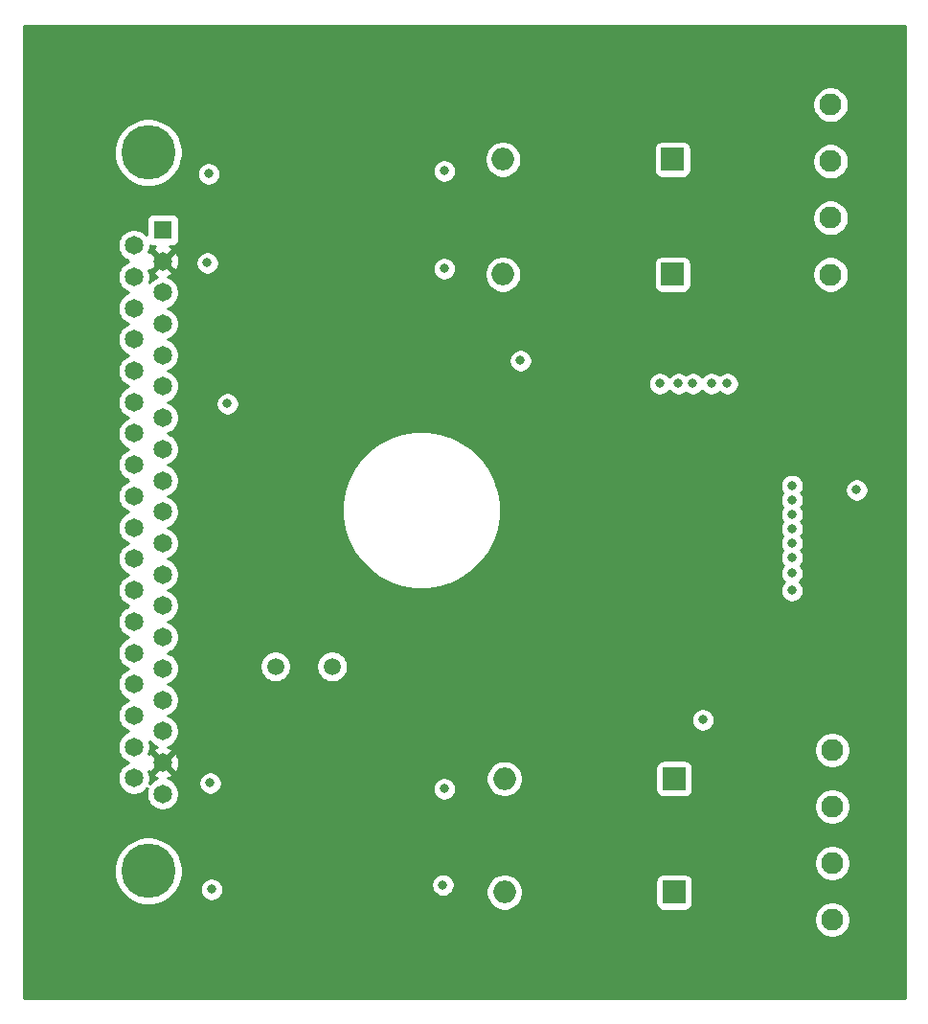
<source format=gbr>
%TF.GenerationSoftware,KiCad,Pcbnew,(5.1.10)-1*%
%TF.CreationDate,2021-11-30T13:01:00-06:00*%
%TF.ProjectId,Charges_KiCAD_Project,43686172-6765-4735-9f4b-694341445f50,rev?*%
%TF.SameCoordinates,Original*%
%TF.FileFunction,Copper,L3,Inr*%
%TF.FilePolarity,Positive*%
%FSLAX46Y46*%
G04 Gerber Fmt 4.6, Leading zero omitted, Abs format (unit mm)*
G04 Created by KiCad (PCBNEW (5.1.10)-1) date 2021-11-30 13:01:00*
%MOMM*%
%LPD*%
G01*
G04 APERTURE LIST*
%TA.AperFunction,ComponentPad*%
%ADD10C,4.800000*%
%TD*%
%TA.AperFunction,ComponentPad*%
%ADD11C,1.650000*%
%TD*%
%TA.AperFunction,ComponentPad*%
%ADD12R,1.650000X1.650000*%
%TD*%
%TA.AperFunction,ComponentPad*%
%ADD13C,1.950000*%
%TD*%
%TA.AperFunction,ComponentPad*%
%ADD14C,1.500000*%
%TD*%
%TA.AperFunction,ComponentPad*%
%ADD15O,2.000000X2.000000*%
%TD*%
%TA.AperFunction,ComponentPad*%
%ADD16R,2.000000X2.000000*%
%TD*%
%TA.AperFunction,ViaPad*%
%ADD17C,0.800000*%
%TD*%
%TA.AperFunction,Conductor*%
%ADD18C,0.254000*%
%TD*%
%TA.AperFunction,Conductor*%
%ADD19C,0.100000*%
%TD*%
G04 APERTURE END LIST*
D10*
%TO.N,GND*%
%TO.C,J3*%
X108585000Y-127800000D03*
X108585000Y-64300000D03*
D11*
%TO.N,+5V*%
X107315000Y-119595000D03*
%TO.N,Net-(J3-Pad36)*%
X107315000Y-116825000D03*
%TO.N,Net-(J3-Pad35)*%
X107315000Y-114055000D03*
%TO.N,Net-(J3-Pad34)*%
X107315000Y-111285000D03*
%TO.N,Net-(J3-Pad33)*%
X107315000Y-108515000D03*
%TO.N,Net-(J3-Pad32)*%
X107315000Y-105745000D03*
%TO.N,Net-(J3-Pad31)*%
X107315000Y-102975000D03*
%TO.N,Net-(J3-Pad30)*%
X107315000Y-100205000D03*
%TO.N,Net-(J3-Pad29)*%
X107315000Y-97435000D03*
%TO.N,Net-(J3-Pad28)*%
X107315000Y-94665000D03*
%TO.N,Net-(J3-Pad27)*%
X107315000Y-91895000D03*
%TO.N,/Fire_Redundant*%
X107315000Y-89125000D03*
%TO.N,/NRST*%
X107315000Y-86355000D03*
%TO.N,/Alert_sda*%
X107315000Y-83585000D03*
%TO.N,/SWCLK*%
X107315000Y-80815000D03*
%TO.N,/Sheet61A437B4/t_clk*%
X107315000Y-78045000D03*
%TO.N,/Sheet61A437B4/t_mosi*%
X107315000Y-75275000D03*
%TO.N,+5V*%
X107315000Y-72505000D03*
%TO.N,GND*%
X109855000Y-120980000D03*
%TO.N,+3V3*%
X109855000Y-118210000D03*
%TO.N,Net-(J3-Pad17)*%
X109855000Y-115440000D03*
%TO.N,Net-(J3-Pad16)*%
X109855000Y-112670000D03*
%TO.N,Net-(J3-Pad15)*%
X109855000Y-109900000D03*
%TO.N,Net-(J3-Pad14)*%
X109855000Y-107130000D03*
%TO.N,Net-(J3-Pad13)*%
X109855000Y-104360000D03*
%TO.N,Net-(J3-Pad12)*%
X109855000Y-101590000D03*
%TO.N,Net-(J3-Pad11)*%
X109855000Y-98820000D03*
%TO.N,Net-(J3-Pad10)*%
X109855000Y-96050000D03*
%TO.N,Net-(J3-Pad9)*%
X109855000Y-93280000D03*
%TO.N,Net-(J3-Pad8)*%
X109855000Y-90510000D03*
%TO.N,/Fire*%
X109855000Y-87740000D03*
%TO.N,/Alert_Active*%
X109855000Y-84970000D03*
%TO.N,/Alert_scl*%
X109855000Y-82200000D03*
%TO.N,/SWDIO*%
X109855000Y-79430000D03*
%TO.N,/Sheet61A437B4/t_miso*%
X109855000Y-76660000D03*
%TO.N,+3V3*%
X109855000Y-73890000D03*
D12*
%TO.N,GND*%
X109855000Y-71120000D03*
%TD*%
D13*
%TO.N,Net-(J2-Pad4)*%
%TO.C,J2*%
X169037000Y-132094000D03*
%TO.N,/Fet_D*%
X169037000Y-127094000D03*
%TO.N,Net-(J2-Pad2)*%
X169037000Y-122094000D03*
%TO.N,/Fet_C*%
X169037000Y-117094000D03*
%TD*%
%TO.N,Net-(J1-Pad4)*%
%TO.C,J1*%
X168910000Y-75071000D03*
%TO.N,/Fet_B*%
X168910000Y-70071000D03*
%TO.N,Net-(J1-Pad2)*%
X168910000Y-65071000D03*
%TO.N,/Fet_A*%
X168910000Y-60071000D03*
%TD*%
D14*
%TO.N,GND*%
%TO.C,IC1*%
X119841000Y-109728000D03*
%TO.N,/Buzzer_Excitation*%
X124841000Y-109728000D03*
%TD*%
D15*
%TO.N,GND*%
%TO.C,C4*%
X140067000Y-129667000D03*
D16*
%TO.N,Net-(C4-Pad1)*%
X155067000Y-129667000D03*
%TD*%
D15*
%TO.N,GND*%
%TO.C,C3*%
X140067000Y-119634000D03*
D16*
%TO.N,Net-(C3-Pad1)*%
X155067000Y-119634000D03*
%TD*%
D15*
%TO.N,GND*%
%TO.C,C2*%
X139940000Y-75057000D03*
D16*
%TO.N,Net-(C2-Pad1)*%
X154940000Y-75057000D03*
%TD*%
D15*
%TO.N,GND*%
%TO.C,C1*%
X139940000Y-64897000D03*
D16*
%TO.N,Net-(C1-Pad1)*%
X154940000Y-64897000D03*
%TD*%
D17*
%TO.N,GND*%
X171196000Y-94107000D03*
X141478000Y-82677000D03*
X115570000Y-86487000D03*
X157607000Y-114427000D03*
%TO.N,+3V3*%
X171196000Y-87122000D03*
X115570000Y-80010000D03*
%TO.N,/Fire_D*%
X114173000Y-129413000D03*
X165481000Y-101473000D03*
%TO.N,/Fire_C*%
X114046000Y-120015000D03*
X165481000Y-100076000D03*
%TO.N,/Fire_B*%
X165481000Y-96266000D03*
X113792000Y-74041000D03*
%TO.N,/Fire_A*%
X113919000Y-66167000D03*
X165481000Y-94996000D03*
%TO.N,/Sense_D*%
X165481000Y-98806000D03*
X134620000Y-129032000D03*
%TO.N,/Sense_C*%
X134747000Y-120523000D03*
X165481000Y-102997000D03*
%TO.N,/Sense_B*%
X134747000Y-74549000D03*
X165481000Y-93726000D03*
%TO.N,/Sense_A*%
X134747000Y-65913000D03*
X165481000Y-97536000D03*
%TO.N,/Alert_Active*%
X153797000Y-84709000D03*
%TO.N,/SWCLK*%
X158369000Y-84709000D03*
%TO.N,/SWDIO*%
X159766000Y-84709000D03*
%TO.N,/Alert_sda*%
X155448000Y-84709000D03*
%TO.N,/Alert_scl*%
X156718000Y-84709000D03*
%TD*%
D18*
%TO.N,+3V3*%
X175489000Y-139040000D02*
X97561000Y-139040000D01*
X97561000Y-131935429D01*
X167427000Y-131935429D01*
X167427000Y-132252571D01*
X167488871Y-132563620D01*
X167610237Y-132856621D01*
X167786431Y-133120315D01*
X168010685Y-133344569D01*
X168274379Y-133520763D01*
X168567380Y-133642129D01*
X168878429Y-133704000D01*
X169195571Y-133704000D01*
X169506620Y-133642129D01*
X169799621Y-133520763D01*
X170063315Y-133344569D01*
X170287569Y-133120315D01*
X170463763Y-132856621D01*
X170585129Y-132563620D01*
X170647000Y-132252571D01*
X170647000Y-131935429D01*
X170585129Y-131624380D01*
X170463763Y-131331379D01*
X170287569Y-131067685D01*
X170063315Y-130843431D01*
X169799621Y-130667237D01*
X169506620Y-130545871D01*
X169195571Y-130484000D01*
X168878429Y-130484000D01*
X168567380Y-130545871D01*
X168274379Y-130667237D01*
X168010685Y-130843431D01*
X167786431Y-131067685D01*
X167610237Y-131331379D01*
X167488871Y-131624380D01*
X167427000Y-131935429D01*
X97561000Y-131935429D01*
X97561000Y-127501079D01*
X105550000Y-127501079D01*
X105550000Y-128098921D01*
X105666633Y-128685277D01*
X105895418Y-129237612D01*
X106227562Y-129734700D01*
X106650300Y-130157438D01*
X107147388Y-130489582D01*
X107699723Y-130718367D01*
X108286079Y-130835000D01*
X108883921Y-130835000D01*
X109470277Y-130718367D01*
X110022612Y-130489582D01*
X110519700Y-130157438D01*
X110942438Y-129734700D01*
X111225504Y-129311061D01*
X113138000Y-129311061D01*
X113138000Y-129514939D01*
X113177774Y-129714898D01*
X113255795Y-129903256D01*
X113369063Y-130072774D01*
X113513226Y-130216937D01*
X113682744Y-130330205D01*
X113871102Y-130408226D01*
X114071061Y-130448000D01*
X114274939Y-130448000D01*
X114474898Y-130408226D01*
X114663256Y-130330205D01*
X114832774Y-130216937D01*
X114976937Y-130072774D01*
X115090205Y-129903256D01*
X115168226Y-129714898D01*
X115208000Y-129514939D01*
X115208000Y-129311061D01*
X115168226Y-129111102D01*
X115093236Y-128930061D01*
X133585000Y-128930061D01*
X133585000Y-129133939D01*
X133624774Y-129333898D01*
X133702795Y-129522256D01*
X133816063Y-129691774D01*
X133960226Y-129835937D01*
X134129744Y-129949205D01*
X134318102Y-130027226D01*
X134518061Y-130067000D01*
X134721939Y-130067000D01*
X134921898Y-130027226D01*
X135110256Y-129949205D01*
X135279774Y-129835937D01*
X135423937Y-129691774D01*
X135537205Y-129522256D01*
X135543952Y-129505967D01*
X138432000Y-129505967D01*
X138432000Y-129828033D01*
X138494832Y-130143912D01*
X138618082Y-130441463D01*
X138797013Y-130709252D01*
X139024748Y-130936987D01*
X139292537Y-131115918D01*
X139590088Y-131239168D01*
X139905967Y-131302000D01*
X140228033Y-131302000D01*
X140543912Y-131239168D01*
X140841463Y-131115918D01*
X141109252Y-130936987D01*
X141336987Y-130709252D01*
X141515918Y-130441463D01*
X141639168Y-130143912D01*
X141702000Y-129828033D01*
X141702000Y-129505967D01*
X141639168Y-129190088D01*
X141515918Y-128892537D01*
X141365219Y-128667000D01*
X153428928Y-128667000D01*
X153428928Y-130667000D01*
X153441188Y-130791482D01*
X153477498Y-130911180D01*
X153536463Y-131021494D01*
X153615815Y-131118185D01*
X153712506Y-131197537D01*
X153822820Y-131256502D01*
X153942518Y-131292812D01*
X154067000Y-131305072D01*
X156067000Y-131305072D01*
X156191482Y-131292812D01*
X156311180Y-131256502D01*
X156421494Y-131197537D01*
X156518185Y-131118185D01*
X156597537Y-131021494D01*
X156656502Y-130911180D01*
X156692812Y-130791482D01*
X156705072Y-130667000D01*
X156705072Y-128667000D01*
X156692812Y-128542518D01*
X156656502Y-128422820D01*
X156597537Y-128312506D01*
X156518185Y-128215815D01*
X156421494Y-128136463D01*
X156311180Y-128077498D01*
X156191482Y-128041188D01*
X156067000Y-128028928D01*
X154067000Y-128028928D01*
X153942518Y-128041188D01*
X153822820Y-128077498D01*
X153712506Y-128136463D01*
X153615815Y-128215815D01*
X153536463Y-128312506D01*
X153477498Y-128422820D01*
X153441188Y-128542518D01*
X153428928Y-128667000D01*
X141365219Y-128667000D01*
X141336987Y-128624748D01*
X141109252Y-128397013D01*
X140841463Y-128218082D01*
X140543912Y-128094832D01*
X140228033Y-128032000D01*
X139905967Y-128032000D01*
X139590088Y-128094832D01*
X139292537Y-128218082D01*
X139024748Y-128397013D01*
X138797013Y-128624748D01*
X138618082Y-128892537D01*
X138494832Y-129190088D01*
X138432000Y-129505967D01*
X135543952Y-129505967D01*
X135615226Y-129333898D01*
X135655000Y-129133939D01*
X135655000Y-128930061D01*
X135615226Y-128730102D01*
X135537205Y-128541744D01*
X135423937Y-128372226D01*
X135279774Y-128228063D01*
X135110256Y-128114795D01*
X134921898Y-128036774D01*
X134721939Y-127997000D01*
X134518061Y-127997000D01*
X134318102Y-128036774D01*
X134129744Y-128114795D01*
X133960226Y-128228063D01*
X133816063Y-128372226D01*
X133702795Y-128541744D01*
X133624774Y-128730102D01*
X133585000Y-128930061D01*
X115093236Y-128930061D01*
X115090205Y-128922744D01*
X114976937Y-128753226D01*
X114832774Y-128609063D01*
X114663256Y-128495795D01*
X114474898Y-128417774D01*
X114274939Y-128378000D01*
X114071061Y-128378000D01*
X113871102Y-128417774D01*
X113682744Y-128495795D01*
X113513226Y-128609063D01*
X113369063Y-128753226D01*
X113255795Y-128922744D01*
X113177774Y-129111102D01*
X113138000Y-129311061D01*
X111225504Y-129311061D01*
X111274582Y-129237612D01*
X111503367Y-128685277D01*
X111620000Y-128098921D01*
X111620000Y-127501079D01*
X111507486Y-126935429D01*
X167427000Y-126935429D01*
X167427000Y-127252571D01*
X167488871Y-127563620D01*
X167610237Y-127856621D01*
X167786431Y-128120315D01*
X168010685Y-128344569D01*
X168274379Y-128520763D01*
X168567380Y-128642129D01*
X168878429Y-128704000D01*
X169195571Y-128704000D01*
X169506620Y-128642129D01*
X169799621Y-128520763D01*
X170063315Y-128344569D01*
X170287569Y-128120315D01*
X170463763Y-127856621D01*
X170585129Y-127563620D01*
X170647000Y-127252571D01*
X170647000Y-126935429D01*
X170585129Y-126624380D01*
X170463763Y-126331379D01*
X170287569Y-126067685D01*
X170063315Y-125843431D01*
X169799621Y-125667237D01*
X169506620Y-125545871D01*
X169195571Y-125484000D01*
X168878429Y-125484000D01*
X168567380Y-125545871D01*
X168274379Y-125667237D01*
X168010685Y-125843431D01*
X167786431Y-126067685D01*
X167610237Y-126331379D01*
X167488871Y-126624380D01*
X167427000Y-126935429D01*
X111507486Y-126935429D01*
X111503367Y-126914723D01*
X111274582Y-126362388D01*
X110942438Y-125865300D01*
X110519700Y-125442562D01*
X110022612Y-125110418D01*
X109470277Y-124881633D01*
X108883921Y-124765000D01*
X108286079Y-124765000D01*
X107699723Y-124881633D01*
X107147388Y-125110418D01*
X106650300Y-125442562D01*
X106227562Y-125865300D01*
X105895418Y-126362388D01*
X105666633Y-126914723D01*
X105550000Y-127501079D01*
X97561000Y-127501079D01*
X97561000Y-72361203D01*
X105855000Y-72361203D01*
X105855000Y-72648797D01*
X105911107Y-72930866D01*
X106021165Y-73196569D01*
X106180944Y-73435696D01*
X106384304Y-73639056D01*
X106623431Y-73798835D01*
X106843522Y-73890000D01*
X106623431Y-73981165D01*
X106384304Y-74140944D01*
X106180944Y-74344304D01*
X106021165Y-74583431D01*
X105911107Y-74849134D01*
X105855000Y-75131203D01*
X105855000Y-75418797D01*
X105911107Y-75700866D01*
X106021165Y-75966569D01*
X106180944Y-76205696D01*
X106384304Y-76409056D01*
X106623431Y-76568835D01*
X106843522Y-76660000D01*
X106623431Y-76751165D01*
X106384304Y-76910944D01*
X106180944Y-77114304D01*
X106021165Y-77353431D01*
X105911107Y-77619134D01*
X105855000Y-77901203D01*
X105855000Y-78188797D01*
X105911107Y-78470866D01*
X106021165Y-78736569D01*
X106180944Y-78975696D01*
X106384304Y-79179056D01*
X106623431Y-79338835D01*
X106843522Y-79430000D01*
X106623431Y-79521165D01*
X106384304Y-79680944D01*
X106180944Y-79884304D01*
X106021165Y-80123431D01*
X105911107Y-80389134D01*
X105855000Y-80671203D01*
X105855000Y-80958797D01*
X105911107Y-81240866D01*
X106021165Y-81506569D01*
X106180944Y-81745696D01*
X106384304Y-81949056D01*
X106623431Y-82108835D01*
X106843522Y-82200000D01*
X106623431Y-82291165D01*
X106384304Y-82450944D01*
X106180944Y-82654304D01*
X106021165Y-82893431D01*
X105911107Y-83159134D01*
X105855000Y-83441203D01*
X105855000Y-83728797D01*
X105911107Y-84010866D01*
X106021165Y-84276569D01*
X106180944Y-84515696D01*
X106384304Y-84719056D01*
X106623431Y-84878835D01*
X106843522Y-84970000D01*
X106623431Y-85061165D01*
X106384304Y-85220944D01*
X106180944Y-85424304D01*
X106021165Y-85663431D01*
X105911107Y-85929134D01*
X105855000Y-86211203D01*
X105855000Y-86498797D01*
X105911107Y-86780866D01*
X106021165Y-87046569D01*
X106180944Y-87285696D01*
X106384304Y-87489056D01*
X106623431Y-87648835D01*
X106843522Y-87740000D01*
X106623431Y-87831165D01*
X106384304Y-87990944D01*
X106180944Y-88194304D01*
X106021165Y-88433431D01*
X105911107Y-88699134D01*
X105855000Y-88981203D01*
X105855000Y-89268797D01*
X105911107Y-89550866D01*
X106021165Y-89816569D01*
X106180944Y-90055696D01*
X106384304Y-90259056D01*
X106623431Y-90418835D01*
X106843522Y-90510000D01*
X106623431Y-90601165D01*
X106384304Y-90760944D01*
X106180944Y-90964304D01*
X106021165Y-91203431D01*
X105911107Y-91469134D01*
X105855000Y-91751203D01*
X105855000Y-92038797D01*
X105911107Y-92320866D01*
X106021165Y-92586569D01*
X106180944Y-92825696D01*
X106384304Y-93029056D01*
X106623431Y-93188835D01*
X106843522Y-93280000D01*
X106623431Y-93371165D01*
X106384304Y-93530944D01*
X106180944Y-93734304D01*
X106021165Y-93973431D01*
X105911107Y-94239134D01*
X105855000Y-94521203D01*
X105855000Y-94808797D01*
X105911107Y-95090866D01*
X106021165Y-95356569D01*
X106180944Y-95595696D01*
X106384304Y-95799056D01*
X106623431Y-95958835D01*
X106843522Y-96050000D01*
X106623431Y-96141165D01*
X106384304Y-96300944D01*
X106180944Y-96504304D01*
X106021165Y-96743431D01*
X105911107Y-97009134D01*
X105855000Y-97291203D01*
X105855000Y-97578797D01*
X105911107Y-97860866D01*
X106021165Y-98126569D01*
X106180944Y-98365696D01*
X106384304Y-98569056D01*
X106623431Y-98728835D01*
X106843522Y-98820000D01*
X106623431Y-98911165D01*
X106384304Y-99070944D01*
X106180944Y-99274304D01*
X106021165Y-99513431D01*
X105911107Y-99779134D01*
X105855000Y-100061203D01*
X105855000Y-100348797D01*
X105911107Y-100630866D01*
X106021165Y-100896569D01*
X106180944Y-101135696D01*
X106384304Y-101339056D01*
X106623431Y-101498835D01*
X106843522Y-101590000D01*
X106623431Y-101681165D01*
X106384304Y-101840944D01*
X106180944Y-102044304D01*
X106021165Y-102283431D01*
X105911107Y-102549134D01*
X105855000Y-102831203D01*
X105855000Y-103118797D01*
X105911107Y-103400866D01*
X106021165Y-103666569D01*
X106180944Y-103905696D01*
X106384304Y-104109056D01*
X106623431Y-104268835D01*
X106843522Y-104360000D01*
X106623431Y-104451165D01*
X106384304Y-104610944D01*
X106180944Y-104814304D01*
X106021165Y-105053431D01*
X105911107Y-105319134D01*
X105855000Y-105601203D01*
X105855000Y-105888797D01*
X105911107Y-106170866D01*
X106021165Y-106436569D01*
X106180944Y-106675696D01*
X106384304Y-106879056D01*
X106623431Y-107038835D01*
X106843522Y-107130000D01*
X106623431Y-107221165D01*
X106384304Y-107380944D01*
X106180944Y-107584304D01*
X106021165Y-107823431D01*
X105911107Y-108089134D01*
X105855000Y-108371203D01*
X105855000Y-108658797D01*
X105911107Y-108940866D01*
X106021165Y-109206569D01*
X106180944Y-109445696D01*
X106384304Y-109649056D01*
X106623431Y-109808835D01*
X106843522Y-109900000D01*
X106623431Y-109991165D01*
X106384304Y-110150944D01*
X106180944Y-110354304D01*
X106021165Y-110593431D01*
X105911107Y-110859134D01*
X105855000Y-111141203D01*
X105855000Y-111428797D01*
X105911107Y-111710866D01*
X106021165Y-111976569D01*
X106180944Y-112215696D01*
X106384304Y-112419056D01*
X106623431Y-112578835D01*
X106843522Y-112670000D01*
X106623431Y-112761165D01*
X106384304Y-112920944D01*
X106180944Y-113124304D01*
X106021165Y-113363431D01*
X105911107Y-113629134D01*
X105855000Y-113911203D01*
X105855000Y-114198797D01*
X105911107Y-114480866D01*
X106021165Y-114746569D01*
X106180944Y-114985696D01*
X106384304Y-115189056D01*
X106623431Y-115348835D01*
X106843522Y-115440000D01*
X106623431Y-115531165D01*
X106384304Y-115690944D01*
X106180944Y-115894304D01*
X106021165Y-116133431D01*
X105911107Y-116399134D01*
X105855000Y-116681203D01*
X105855000Y-116968797D01*
X105911107Y-117250866D01*
X106021165Y-117516569D01*
X106180944Y-117755696D01*
X106384304Y-117959056D01*
X106623431Y-118118835D01*
X106843522Y-118210000D01*
X106623431Y-118301165D01*
X106384304Y-118460944D01*
X106180944Y-118664304D01*
X106021165Y-118903431D01*
X105911107Y-119169134D01*
X105855000Y-119451203D01*
X105855000Y-119738797D01*
X105911107Y-120020866D01*
X106021165Y-120286569D01*
X106180944Y-120525696D01*
X106384304Y-120729056D01*
X106623431Y-120888835D01*
X106889134Y-120998893D01*
X107171203Y-121055000D01*
X107458797Y-121055000D01*
X107740866Y-120998893D01*
X108006569Y-120888835D01*
X108245696Y-120729056D01*
X108449056Y-120525696D01*
X108485444Y-120471237D01*
X108451107Y-120554134D01*
X108395000Y-120836203D01*
X108395000Y-121123797D01*
X108451107Y-121405866D01*
X108561165Y-121671569D01*
X108720944Y-121910696D01*
X108924304Y-122114056D01*
X109163431Y-122273835D01*
X109429134Y-122383893D01*
X109711203Y-122440000D01*
X109998797Y-122440000D01*
X110280866Y-122383893D01*
X110546569Y-122273835D01*
X110785696Y-122114056D01*
X110964323Y-121935429D01*
X167427000Y-121935429D01*
X167427000Y-122252571D01*
X167488871Y-122563620D01*
X167610237Y-122856621D01*
X167786431Y-123120315D01*
X168010685Y-123344569D01*
X168274379Y-123520763D01*
X168567380Y-123642129D01*
X168878429Y-123704000D01*
X169195571Y-123704000D01*
X169506620Y-123642129D01*
X169799621Y-123520763D01*
X170063315Y-123344569D01*
X170287569Y-123120315D01*
X170463763Y-122856621D01*
X170585129Y-122563620D01*
X170647000Y-122252571D01*
X170647000Y-121935429D01*
X170585129Y-121624380D01*
X170463763Y-121331379D01*
X170287569Y-121067685D01*
X170063315Y-120843431D01*
X169799621Y-120667237D01*
X169506620Y-120545871D01*
X169195571Y-120484000D01*
X168878429Y-120484000D01*
X168567380Y-120545871D01*
X168274379Y-120667237D01*
X168010685Y-120843431D01*
X167786431Y-121067685D01*
X167610237Y-121331379D01*
X167488871Y-121624380D01*
X167427000Y-121935429D01*
X110964323Y-121935429D01*
X110989056Y-121910696D01*
X111148835Y-121671569D01*
X111258893Y-121405866D01*
X111315000Y-121123797D01*
X111315000Y-120836203D01*
X111258893Y-120554134D01*
X111148835Y-120288431D01*
X110989056Y-120049304D01*
X110852813Y-119913061D01*
X113011000Y-119913061D01*
X113011000Y-120116939D01*
X113050774Y-120316898D01*
X113128795Y-120505256D01*
X113242063Y-120674774D01*
X113386226Y-120818937D01*
X113555744Y-120932205D01*
X113744102Y-121010226D01*
X113944061Y-121050000D01*
X114147939Y-121050000D01*
X114347898Y-121010226D01*
X114536256Y-120932205D01*
X114705774Y-120818937D01*
X114849937Y-120674774D01*
X114963205Y-120505256D01*
X114998079Y-120421061D01*
X133712000Y-120421061D01*
X133712000Y-120624939D01*
X133751774Y-120824898D01*
X133829795Y-121013256D01*
X133943063Y-121182774D01*
X134087226Y-121326937D01*
X134256744Y-121440205D01*
X134445102Y-121518226D01*
X134645061Y-121558000D01*
X134848939Y-121558000D01*
X135048898Y-121518226D01*
X135237256Y-121440205D01*
X135406774Y-121326937D01*
X135550937Y-121182774D01*
X135664205Y-121013256D01*
X135742226Y-120824898D01*
X135782000Y-120624939D01*
X135782000Y-120421061D01*
X135742226Y-120221102D01*
X135664205Y-120032744D01*
X135550937Y-119863226D01*
X135406774Y-119719063D01*
X135237256Y-119605795D01*
X135048898Y-119527774D01*
X134848939Y-119488000D01*
X134645061Y-119488000D01*
X134445102Y-119527774D01*
X134256744Y-119605795D01*
X134087226Y-119719063D01*
X133943063Y-119863226D01*
X133829795Y-120032744D01*
X133751774Y-120221102D01*
X133712000Y-120421061D01*
X114998079Y-120421061D01*
X115041226Y-120316898D01*
X115081000Y-120116939D01*
X115081000Y-119913061D01*
X115041226Y-119713102D01*
X114963205Y-119524744D01*
X114928609Y-119472967D01*
X138432000Y-119472967D01*
X138432000Y-119795033D01*
X138494832Y-120110912D01*
X138618082Y-120408463D01*
X138797013Y-120676252D01*
X139024748Y-120903987D01*
X139292537Y-121082918D01*
X139590088Y-121206168D01*
X139905967Y-121269000D01*
X140228033Y-121269000D01*
X140543912Y-121206168D01*
X140841463Y-121082918D01*
X141109252Y-120903987D01*
X141336987Y-120676252D01*
X141515918Y-120408463D01*
X141639168Y-120110912D01*
X141702000Y-119795033D01*
X141702000Y-119472967D01*
X141639168Y-119157088D01*
X141515918Y-118859537D01*
X141365219Y-118634000D01*
X153428928Y-118634000D01*
X153428928Y-120634000D01*
X153441188Y-120758482D01*
X153477498Y-120878180D01*
X153536463Y-120988494D01*
X153615815Y-121085185D01*
X153712506Y-121164537D01*
X153822820Y-121223502D01*
X153942518Y-121259812D01*
X154067000Y-121272072D01*
X156067000Y-121272072D01*
X156191482Y-121259812D01*
X156311180Y-121223502D01*
X156421494Y-121164537D01*
X156518185Y-121085185D01*
X156597537Y-120988494D01*
X156656502Y-120878180D01*
X156692812Y-120758482D01*
X156705072Y-120634000D01*
X156705072Y-118634000D01*
X156692812Y-118509518D01*
X156656502Y-118389820D01*
X156597537Y-118279506D01*
X156518185Y-118182815D01*
X156421494Y-118103463D01*
X156311180Y-118044498D01*
X156191482Y-118008188D01*
X156067000Y-117995928D01*
X154067000Y-117995928D01*
X153942518Y-118008188D01*
X153822820Y-118044498D01*
X153712506Y-118103463D01*
X153615815Y-118182815D01*
X153536463Y-118279506D01*
X153477498Y-118389820D01*
X153441188Y-118509518D01*
X153428928Y-118634000D01*
X141365219Y-118634000D01*
X141336987Y-118591748D01*
X141109252Y-118364013D01*
X140841463Y-118185082D01*
X140543912Y-118061832D01*
X140228033Y-117999000D01*
X139905967Y-117999000D01*
X139590088Y-118061832D01*
X139292537Y-118185082D01*
X139024748Y-118364013D01*
X138797013Y-118591748D01*
X138618082Y-118859537D01*
X138494832Y-119157088D01*
X138432000Y-119472967D01*
X114928609Y-119472967D01*
X114849937Y-119355226D01*
X114705774Y-119211063D01*
X114536256Y-119097795D01*
X114347898Y-119019774D01*
X114147939Y-118980000D01*
X113944061Y-118980000D01*
X113744102Y-119019774D01*
X113555744Y-119097795D01*
X113386226Y-119211063D01*
X113242063Y-119355226D01*
X113128795Y-119524744D01*
X113050774Y-119713102D01*
X113011000Y-119913061D01*
X110852813Y-119913061D01*
X110785696Y-119845944D01*
X110546569Y-119686165D01*
X110322468Y-119593339D01*
X110480020Y-119537265D01*
X110611337Y-119467073D01*
X110685946Y-119220551D01*
X109855000Y-118389605D01*
X109024054Y-119220551D01*
X109098663Y-119467073D01*
X109358439Y-119590473D01*
X109380820Y-119596119D01*
X109163431Y-119686165D01*
X108924304Y-119845944D01*
X108720944Y-120049304D01*
X108684556Y-120103763D01*
X108718893Y-120020866D01*
X108775000Y-119738797D01*
X108775000Y-119451203D01*
X108718893Y-119169134D01*
X108640190Y-118979128D01*
X108844449Y-119040946D01*
X109675395Y-118210000D01*
X110034605Y-118210000D01*
X110865551Y-119040946D01*
X111112073Y-118966337D01*
X111235473Y-118706561D01*
X111305823Y-118427703D01*
X111320417Y-118140479D01*
X111278697Y-117855926D01*
X111182265Y-117584980D01*
X111112073Y-117453663D01*
X110865551Y-117379054D01*
X110034605Y-118210000D01*
X109675395Y-118210000D01*
X108844449Y-117379054D01*
X108640190Y-117440872D01*
X108718893Y-117250866D01*
X108775000Y-116968797D01*
X108775000Y-116681203D01*
X108718893Y-116399134D01*
X108684556Y-116316237D01*
X108720944Y-116370696D01*
X108924304Y-116574056D01*
X109163431Y-116733835D01*
X109387532Y-116826661D01*
X109229980Y-116882735D01*
X109098663Y-116952927D01*
X109024054Y-117199449D01*
X109855000Y-118030395D01*
X110685946Y-117199449D01*
X110611337Y-116952927D01*
X110574502Y-116935429D01*
X167427000Y-116935429D01*
X167427000Y-117252571D01*
X167488871Y-117563620D01*
X167610237Y-117856621D01*
X167786431Y-118120315D01*
X168010685Y-118344569D01*
X168274379Y-118520763D01*
X168567380Y-118642129D01*
X168878429Y-118704000D01*
X169195571Y-118704000D01*
X169506620Y-118642129D01*
X169799621Y-118520763D01*
X170063315Y-118344569D01*
X170287569Y-118120315D01*
X170463763Y-117856621D01*
X170585129Y-117563620D01*
X170647000Y-117252571D01*
X170647000Y-116935429D01*
X170585129Y-116624380D01*
X170463763Y-116331379D01*
X170287569Y-116067685D01*
X170063315Y-115843431D01*
X169799621Y-115667237D01*
X169506620Y-115545871D01*
X169195571Y-115484000D01*
X168878429Y-115484000D01*
X168567380Y-115545871D01*
X168274379Y-115667237D01*
X168010685Y-115843431D01*
X167786431Y-116067685D01*
X167610237Y-116331379D01*
X167488871Y-116624380D01*
X167427000Y-116935429D01*
X110574502Y-116935429D01*
X110351561Y-116829527D01*
X110329180Y-116823881D01*
X110546569Y-116733835D01*
X110785696Y-116574056D01*
X110989056Y-116370696D01*
X111148835Y-116131569D01*
X111258893Y-115865866D01*
X111315000Y-115583797D01*
X111315000Y-115296203D01*
X111258893Y-115014134D01*
X111148835Y-114748431D01*
X110989056Y-114509304D01*
X110804813Y-114325061D01*
X156572000Y-114325061D01*
X156572000Y-114528939D01*
X156611774Y-114728898D01*
X156689795Y-114917256D01*
X156803063Y-115086774D01*
X156947226Y-115230937D01*
X157116744Y-115344205D01*
X157305102Y-115422226D01*
X157505061Y-115462000D01*
X157708939Y-115462000D01*
X157908898Y-115422226D01*
X158097256Y-115344205D01*
X158266774Y-115230937D01*
X158410937Y-115086774D01*
X158524205Y-114917256D01*
X158602226Y-114728898D01*
X158642000Y-114528939D01*
X158642000Y-114325061D01*
X158602226Y-114125102D01*
X158524205Y-113936744D01*
X158410937Y-113767226D01*
X158266774Y-113623063D01*
X158097256Y-113509795D01*
X157908898Y-113431774D01*
X157708939Y-113392000D01*
X157505061Y-113392000D01*
X157305102Y-113431774D01*
X157116744Y-113509795D01*
X156947226Y-113623063D01*
X156803063Y-113767226D01*
X156689795Y-113936744D01*
X156611774Y-114125102D01*
X156572000Y-114325061D01*
X110804813Y-114325061D01*
X110785696Y-114305944D01*
X110546569Y-114146165D01*
X110326478Y-114055000D01*
X110546569Y-113963835D01*
X110785696Y-113804056D01*
X110989056Y-113600696D01*
X111148835Y-113361569D01*
X111258893Y-113095866D01*
X111315000Y-112813797D01*
X111315000Y-112526203D01*
X111258893Y-112244134D01*
X111148835Y-111978431D01*
X110989056Y-111739304D01*
X110785696Y-111535944D01*
X110546569Y-111376165D01*
X110326478Y-111285000D01*
X110546569Y-111193835D01*
X110785696Y-111034056D01*
X110989056Y-110830696D01*
X111148835Y-110591569D01*
X111258893Y-110325866D01*
X111315000Y-110043797D01*
X111315000Y-109756203D01*
X111282257Y-109591589D01*
X118456000Y-109591589D01*
X118456000Y-109864411D01*
X118509225Y-110131989D01*
X118613629Y-110384043D01*
X118765201Y-110610886D01*
X118958114Y-110803799D01*
X119184957Y-110955371D01*
X119437011Y-111059775D01*
X119704589Y-111113000D01*
X119977411Y-111113000D01*
X120244989Y-111059775D01*
X120497043Y-110955371D01*
X120723886Y-110803799D01*
X120916799Y-110610886D01*
X121068371Y-110384043D01*
X121172775Y-110131989D01*
X121226000Y-109864411D01*
X121226000Y-109591589D01*
X123456000Y-109591589D01*
X123456000Y-109864411D01*
X123509225Y-110131989D01*
X123613629Y-110384043D01*
X123765201Y-110610886D01*
X123958114Y-110803799D01*
X124184957Y-110955371D01*
X124437011Y-111059775D01*
X124704589Y-111113000D01*
X124977411Y-111113000D01*
X125244989Y-111059775D01*
X125497043Y-110955371D01*
X125723886Y-110803799D01*
X125916799Y-110610886D01*
X126068371Y-110384043D01*
X126172775Y-110131989D01*
X126226000Y-109864411D01*
X126226000Y-109591589D01*
X126172775Y-109324011D01*
X126068371Y-109071957D01*
X125916799Y-108845114D01*
X125723886Y-108652201D01*
X125497043Y-108500629D01*
X125244989Y-108396225D01*
X124977411Y-108343000D01*
X124704589Y-108343000D01*
X124437011Y-108396225D01*
X124184957Y-108500629D01*
X123958114Y-108652201D01*
X123765201Y-108845114D01*
X123613629Y-109071957D01*
X123509225Y-109324011D01*
X123456000Y-109591589D01*
X121226000Y-109591589D01*
X121172775Y-109324011D01*
X121068371Y-109071957D01*
X120916799Y-108845114D01*
X120723886Y-108652201D01*
X120497043Y-108500629D01*
X120244989Y-108396225D01*
X119977411Y-108343000D01*
X119704589Y-108343000D01*
X119437011Y-108396225D01*
X119184957Y-108500629D01*
X118958114Y-108652201D01*
X118765201Y-108845114D01*
X118613629Y-109071957D01*
X118509225Y-109324011D01*
X118456000Y-109591589D01*
X111282257Y-109591589D01*
X111258893Y-109474134D01*
X111148835Y-109208431D01*
X110989056Y-108969304D01*
X110785696Y-108765944D01*
X110546569Y-108606165D01*
X110326478Y-108515000D01*
X110546569Y-108423835D01*
X110785696Y-108264056D01*
X110989056Y-108060696D01*
X111148835Y-107821569D01*
X111258893Y-107555866D01*
X111315000Y-107273797D01*
X111315000Y-106986203D01*
X111258893Y-106704134D01*
X111148835Y-106438431D01*
X110989056Y-106199304D01*
X110785696Y-105995944D01*
X110546569Y-105836165D01*
X110326478Y-105745000D01*
X110546569Y-105653835D01*
X110785696Y-105494056D01*
X110989056Y-105290696D01*
X111148835Y-105051569D01*
X111258893Y-104785866D01*
X111315000Y-104503797D01*
X111315000Y-104216203D01*
X111258893Y-103934134D01*
X111148835Y-103668431D01*
X110989056Y-103429304D01*
X110785696Y-103225944D01*
X110546569Y-103066165D01*
X110326478Y-102975000D01*
X110546569Y-102883835D01*
X110785696Y-102724056D01*
X110989056Y-102520696D01*
X111148835Y-102281569D01*
X111258893Y-102015866D01*
X111315000Y-101733797D01*
X111315000Y-101446203D01*
X111258893Y-101164134D01*
X111148835Y-100898431D01*
X110989056Y-100659304D01*
X110785696Y-100455944D01*
X110546569Y-100296165D01*
X110326478Y-100205000D01*
X110546569Y-100113835D01*
X110785696Y-99954056D01*
X110989056Y-99750696D01*
X111148835Y-99511569D01*
X111258893Y-99245866D01*
X111315000Y-98963797D01*
X111315000Y-98676203D01*
X111258893Y-98394134D01*
X111148835Y-98128431D01*
X110989056Y-97889304D01*
X110785696Y-97685944D01*
X110546569Y-97526165D01*
X110326478Y-97435000D01*
X110546569Y-97343835D01*
X110785696Y-97184056D01*
X110989056Y-96980696D01*
X111148835Y-96741569D01*
X111258893Y-96475866D01*
X111315000Y-96193797D01*
X111315000Y-95906203D01*
X111258893Y-95624134D01*
X111148835Y-95358431D01*
X111132132Y-95333433D01*
X125706671Y-95333433D01*
X125706671Y-96436567D01*
X125879239Y-97526121D01*
X126220127Y-98575265D01*
X126720940Y-99558165D01*
X127369346Y-100450620D01*
X128149380Y-101230654D01*
X129041835Y-101879060D01*
X130024735Y-102379873D01*
X131073879Y-102720761D01*
X132163433Y-102893329D01*
X133266567Y-102893329D01*
X134356121Y-102720761D01*
X135405265Y-102379873D01*
X136388165Y-101879060D01*
X137280620Y-101230654D01*
X138060654Y-100450620D01*
X138709060Y-99558165D01*
X139209873Y-98575265D01*
X139550761Y-97526121D01*
X139723329Y-96436567D01*
X139723329Y-95333433D01*
X139550761Y-94243879D01*
X139349370Y-93624061D01*
X164446000Y-93624061D01*
X164446000Y-93827939D01*
X164485774Y-94027898D01*
X164563795Y-94216256D01*
X164660510Y-94361000D01*
X164563795Y-94505744D01*
X164485774Y-94694102D01*
X164446000Y-94894061D01*
X164446000Y-95097939D01*
X164485774Y-95297898D01*
X164563795Y-95486256D01*
X164660510Y-95631000D01*
X164563795Y-95775744D01*
X164485774Y-95964102D01*
X164446000Y-96164061D01*
X164446000Y-96367939D01*
X164485774Y-96567898D01*
X164563795Y-96756256D01*
X164660510Y-96901000D01*
X164563795Y-97045744D01*
X164485774Y-97234102D01*
X164446000Y-97434061D01*
X164446000Y-97637939D01*
X164485774Y-97837898D01*
X164563795Y-98026256D01*
X164660510Y-98171000D01*
X164563795Y-98315744D01*
X164485774Y-98504102D01*
X164446000Y-98704061D01*
X164446000Y-98907939D01*
X164485774Y-99107898D01*
X164563795Y-99296256D01*
X164660510Y-99441000D01*
X164563795Y-99585744D01*
X164485774Y-99774102D01*
X164446000Y-99974061D01*
X164446000Y-100177939D01*
X164485774Y-100377898D01*
X164563795Y-100566256D01*
X164677063Y-100735774D01*
X164715789Y-100774500D01*
X164677063Y-100813226D01*
X164563795Y-100982744D01*
X164485774Y-101171102D01*
X164446000Y-101371061D01*
X164446000Y-101574939D01*
X164485774Y-101774898D01*
X164563795Y-101963256D01*
X164677063Y-102132774D01*
X164779289Y-102235000D01*
X164677063Y-102337226D01*
X164563795Y-102506744D01*
X164485774Y-102695102D01*
X164446000Y-102895061D01*
X164446000Y-103098939D01*
X164485774Y-103298898D01*
X164563795Y-103487256D01*
X164677063Y-103656774D01*
X164821226Y-103800937D01*
X164990744Y-103914205D01*
X165179102Y-103992226D01*
X165379061Y-104032000D01*
X165582939Y-104032000D01*
X165782898Y-103992226D01*
X165971256Y-103914205D01*
X166140774Y-103800937D01*
X166284937Y-103656774D01*
X166398205Y-103487256D01*
X166476226Y-103298898D01*
X166516000Y-103098939D01*
X166516000Y-102895061D01*
X166476226Y-102695102D01*
X166398205Y-102506744D01*
X166284937Y-102337226D01*
X166182711Y-102235000D01*
X166284937Y-102132774D01*
X166398205Y-101963256D01*
X166476226Y-101774898D01*
X166516000Y-101574939D01*
X166516000Y-101371061D01*
X166476226Y-101171102D01*
X166398205Y-100982744D01*
X166284937Y-100813226D01*
X166246211Y-100774500D01*
X166284937Y-100735774D01*
X166398205Y-100566256D01*
X166476226Y-100377898D01*
X166516000Y-100177939D01*
X166516000Y-99974061D01*
X166476226Y-99774102D01*
X166398205Y-99585744D01*
X166301490Y-99441000D01*
X166398205Y-99296256D01*
X166476226Y-99107898D01*
X166516000Y-98907939D01*
X166516000Y-98704061D01*
X166476226Y-98504102D01*
X166398205Y-98315744D01*
X166301490Y-98171000D01*
X166398205Y-98026256D01*
X166476226Y-97837898D01*
X166516000Y-97637939D01*
X166516000Y-97434061D01*
X166476226Y-97234102D01*
X166398205Y-97045744D01*
X166301490Y-96901000D01*
X166398205Y-96756256D01*
X166476226Y-96567898D01*
X166516000Y-96367939D01*
X166516000Y-96164061D01*
X166476226Y-95964102D01*
X166398205Y-95775744D01*
X166301490Y-95631000D01*
X166398205Y-95486256D01*
X166476226Y-95297898D01*
X166516000Y-95097939D01*
X166516000Y-94894061D01*
X166476226Y-94694102D01*
X166398205Y-94505744D01*
X166301490Y-94361000D01*
X166398205Y-94216256D01*
X166476226Y-94027898D01*
X166480768Y-94005061D01*
X170161000Y-94005061D01*
X170161000Y-94208939D01*
X170200774Y-94408898D01*
X170278795Y-94597256D01*
X170392063Y-94766774D01*
X170536226Y-94910937D01*
X170705744Y-95024205D01*
X170894102Y-95102226D01*
X171094061Y-95142000D01*
X171297939Y-95142000D01*
X171497898Y-95102226D01*
X171686256Y-95024205D01*
X171855774Y-94910937D01*
X171999937Y-94766774D01*
X172113205Y-94597256D01*
X172191226Y-94408898D01*
X172231000Y-94208939D01*
X172231000Y-94005061D01*
X172191226Y-93805102D01*
X172113205Y-93616744D01*
X171999937Y-93447226D01*
X171855774Y-93303063D01*
X171686256Y-93189795D01*
X171497898Y-93111774D01*
X171297939Y-93072000D01*
X171094061Y-93072000D01*
X170894102Y-93111774D01*
X170705744Y-93189795D01*
X170536226Y-93303063D01*
X170392063Y-93447226D01*
X170278795Y-93616744D01*
X170200774Y-93805102D01*
X170161000Y-94005061D01*
X166480768Y-94005061D01*
X166516000Y-93827939D01*
X166516000Y-93624061D01*
X166476226Y-93424102D01*
X166398205Y-93235744D01*
X166284937Y-93066226D01*
X166140774Y-92922063D01*
X165971256Y-92808795D01*
X165782898Y-92730774D01*
X165582939Y-92691000D01*
X165379061Y-92691000D01*
X165179102Y-92730774D01*
X164990744Y-92808795D01*
X164821226Y-92922063D01*
X164677063Y-93066226D01*
X164563795Y-93235744D01*
X164485774Y-93424102D01*
X164446000Y-93624061D01*
X139349370Y-93624061D01*
X139209873Y-93194735D01*
X138709060Y-92211835D01*
X138060654Y-91319380D01*
X137280620Y-90539346D01*
X136388165Y-89890940D01*
X135405265Y-89390127D01*
X134356121Y-89049239D01*
X133266567Y-88876671D01*
X132163433Y-88876671D01*
X131073879Y-89049239D01*
X130024735Y-89390127D01*
X129041835Y-89890940D01*
X128149380Y-90539346D01*
X127369346Y-91319380D01*
X126720940Y-92211835D01*
X126220127Y-93194735D01*
X125879239Y-94243879D01*
X125706671Y-95333433D01*
X111132132Y-95333433D01*
X110989056Y-95119304D01*
X110785696Y-94915944D01*
X110546569Y-94756165D01*
X110326478Y-94665000D01*
X110546569Y-94573835D01*
X110785696Y-94414056D01*
X110989056Y-94210696D01*
X111148835Y-93971569D01*
X111258893Y-93705866D01*
X111315000Y-93423797D01*
X111315000Y-93136203D01*
X111258893Y-92854134D01*
X111148835Y-92588431D01*
X110989056Y-92349304D01*
X110785696Y-92145944D01*
X110546569Y-91986165D01*
X110326478Y-91895000D01*
X110546569Y-91803835D01*
X110785696Y-91644056D01*
X110989056Y-91440696D01*
X111148835Y-91201569D01*
X111258893Y-90935866D01*
X111315000Y-90653797D01*
X111315000Y-90366203D01*
X111258893Y-90084134D01*
X111148835Y-89818431D01*
X110989056Y-89579304D01*
X110785696Y-89375944D01*
X110546569Y-89216165D01*
X110326478Y-89125000D01*
X110546569Y-89033835D01*
X110785696Y-88874056D01*
X110989056Y-88670696D01*
X111148835Y-88431569D01*
X111258893Y-88165866D01*
X111315000Y-87883797D01*
X111315000Y-87596203D01*
X111258893Y-87314134D01*
X111148835Y-87048431D01*
X110989056Y-86809304D01*
X110785696Y-86605944D01*
X110546569Y-86446165D01*
X110399052Y-86385061D01*
X114535000Y-86385061D01*
X114535000Y-86588939D01*
X114574774Y-86788898D01*
X114652795Y-86977256D01*
X114766063Y-87146774D01*
X114910226Y-87290937D01*
X115079744Y-87404205D01*
X115268102Y-87482226D01*
X115468061Y-87522000D01*
X115671939Y-87522000D01*
X115871898Y-87482226D01*
X116060256Y-87404205D01*
X116229774Y-87290937D01*
X116373937Y-87146774D01*
X116487205Y-86977256D01*
X116565226Y-86788898D01*
X116605000Y-86588939D01*
X116605000Y-86385061D01*
X116565226Y-86185102D01*
X116487205Y-85996744D01*
X116373937Y-85827226D01*
X116229774Y-85683063D01*
X116060256Y-85569795D01*
X115871898Y-85491774D01*
X115671939Y-85452000D01*
X115468061Y-85452000D01*
X115268102Y-85491774D01*
X115079744Y-85569795D01*
X114910226Y-85683063D01*
X114766063Y-85827226D01*
X114652795Y-85996744D01*
X114574774Y-86185102D01*
X114535000Y-86385061D01*
X110399052Y-86385061D01*
X110326478Y-86355000D01*
X110546569Y-86263835D01*
X110785696Y-86104056D01*
X110989056Y-85900696D01*
X111148835Y-85661569D01*
X111258893Y-85395866D01*
X111315000Y-85113797D01*
X111315000Y-84826203D01*
X111271410Y-84607061D01*
X152762000Y-84607061D01*
X152762000Y-84810939D01*
X152801774Y-85010898D01*
X152879795Y-85199256D01*
X152993063Y-85368774D01*
X153137226Y-85512937D01*
X153306744Y-85626205D01*
X153495102Y-85704226D01*
X153695061Y-85744000D01*
X153898939Y-85744000D01*
X154098898Y-85704226D01*
X154287256Y-85626205D01*
X154456774Y-85512937D01*
X154600937Y-85368774D01*
X154622500Y-85336503D01*
X154644063Y-85368774D01*
X154788226Y-85512937D01*
X154957744Y-85626205D01*
X155146102Y-85704226D01*
X155346061Y-85744000D01*
X155549939Y-85744000D01*
X155749898Y-85704226D01*
X155938256Y-85626205D01*
X156083000Y-85529490D01*
X156227744Y-85626205D01*
X156416102Y-85704226D01*
X156616061Y-85744000D01*
X156819939Y-85744000D01*
X157019898Y-85704226D01*
X157208256Y-85626205D01*
X157377774Y-85512937D01*
X157521937Y-85368774D01*
X157543500Y-85336503D01*
X157565063Y-85368774D01*
X157709226Y-85512937D01*
X157878744Y-85626205D01*
X158067102Y-85704226D01*
X158267061Y-85744000D01*
X158470939Y-85744000D01*
X158670898Y-85704226D01*
X158859256Y-85626205D01*
X159028774Y-85512937D01*
X159067500Y-85474211D01*
X159106226Y-85512937D01*
X159275744Y-85626205D01*
X159464102Y-85704226D01*
X159664061Y-85744000D01*
X159867939Y-85744000D01*
X160067898Y-85704226D01*
X160256256Y-85626205D01*
X160425774Y-85512937D01*
X160569937Y-85368774D01*
X160683205Y-85199256D01*
X160761226Y-85010898D01*
X160801000Y-84810939D01*
X160801000Y-84607061D01*
X160761226Y-84407102D01*
X160683205Y-84218744D01*
X160569937Y-84049226D01*
X160425774Y-83905063D01*
X160256256Y-83791795D01*
X160067898Y-83713774D01*
X159867939Y-83674000D01*
X159664061Y-83674000D01*
X159464102Y-83713774D01*
X159275744Y-83791795D01*
X159106226Y-83905063D01*
X159067500Y-83943789D01*
X159028774Y-83905063D01*
X158859256Y-83791795D01*
X158670898Y-83713774D01*
X158470939Y-83674000D01*
X158267061Y-83674000D01*
X158067102Y-83713774D01*
X157878744Y-83791795D01*
X157709226Y-83905063D01*
X157565063Y-84049226D01*
X157543500Y-84081497D01*
X157521937Y-84049226D01*
X157377774Y-83905063D01*
X157208256Y-83791795D01*
X157019898Y-83713774D01*
X156819939Y-83674000D01*
X156616061Y-83674000D01*
X156416102Y-83713774D01*
X156227744Y-83791795D01*
X156083000Y-83888510D01*
X155938256Y-83791795D01*
X155749898Y-83713774D01*
X155549939Y-83674000D01*
X155346061Y-83674000D01*
X155146102Y-83713774D01*
X154957744Y-83791795D01*
X154788226Y-83905063D01*
X154644063Y-84049226D01*
X154622500Y-84081497D01*
X154600937Y-84049226D01*
X154456774Y-83905063D01*
X154287256Y-83791795D01*
X154098898Y-83713774D01*
X153898939Y-83674000D01*
X153695061Y-83674000D01*
X153495102Y-83713774D01*
X153306744Y-83791795D01*
X153137226Y-83905063D01*
X152993063Y-84049226D01*
X152879795Y-84218744D01*
X152801774Y-84407102D01*
X152762000Y-84607061D01*
X111271410Y-84607061D01*
X111258893Y-84544134D01*
X111148835Y-84278431D01*
X110989056Y-84039304D01*
X110785696Y-83835944D01*
X110546569Y-83676165D01*
X110326478Y-83585000D01*
X110546569Y-83493835D01*
X110785696Y-83334056D01*
X110989056Y-83130696D01*
X111148835Y-82891569D01*
X111258893Y-82625866D01*
X111268998Y-82575061D01*
X140443000Y-82575061D01*
X140443000Y-82778939D01*
X140482774Y-82978898D01*
X140560795Y-83167256D01*
X140674063Y-83336774D01*
X140818226Y-83480937D01*
X140987744Y-83594205D01*
X141176102Y-83672226D01*
X141376061Y-83712000D01*
X141579939Y-83712000D01*
X141779898Y-83672226D01*
X141968256Y-83594205D01*
X142137774Y-83480937D01*
X142281937Y-83336774D01*
X142395205Y-83167256D01*
X142473226Y-82978898D01*
X142513000Y-82778939D01*
X142513000Y-82575061D01*
X142473226Y-82375102D01*
X142395205Y-82186744D01*
X142281937Y-82017226D01*
X142137774Y-81873063D01*
X141968256Y-81759795D01*
X141779898Y-81681774D01*
X141579939Y-81642000D01*
X141376061Y-81642000D01*
X141176102Y-81681774D01*
X140987744Y-81759795D01*
X140818226Y-81873063D01*
X140674063Y-82017226D01*
X140560795Y-82186744D01*
X140482774Y-82375102D01*
X140443000Y-82575061D01*
X111268998Y-82575061D01*
X111315000Y-82343797D01*
X111315000Y-82056203D01*
X111258893Y-81774134D01*
X111148835Y-81508431D01*
X110989056Y-81269304D01*
X110785696Y-81065944D01*
X110546569Y-80906165D01*
X110326478Y-80815000D01*
X110546569Y-80723835D01*
X110785696Y-80564056D01*
X110989056Y-80360696D01*
X111148835Y-80121569D01*
X111258893Y-79855866D01*
X111315000Y-79573797D01*
X111315000Y-79286203D01*
X111258893Y-79004134D01*
X111148835Y-78738431D01*
X110989056Y-78499304D01*
X110785696Y-78295944D01*
X110546569Y-78136165D01*
X110326478Y-78045000D01*
X110546569Y-77953835D01*
X110785696Y-77794056D01*
X110989056Y-77590696D01*
X111148835Y-77351569D01*
X111258893Y-77085866D01*
X111315000Y-76803797D01*
X111315000Y-76516203D01*
X111258893Y-76234134D01*
X111148835Y-75968431D01*
X110989056Y-75729304D01*
X110785696Y-75525944D01*
X110546569Y-75366165D01*
X110322468Y-75273339D01*
X110480020Y-75217265D01*
X110611337Y-75147073D01*
X110685946Y-74900551D01*
X109855000Y-74069605D01*
X109024054Y-74900551D01*
X109098663Y-75147073D01*
X109358439Y-75270473D01*
X109380820Y-75276119D01*
X109163431Y-75366165D01*
X108924304Y-75525944D01*
X108720944Y-75729304D01*
X108684556Y-75783763D01*
X108718893Y-75700866D01*
X108775000Y-75418797D01*
X108775000Y-75131203D01*
X108718893Y-74849134D01*
X108640190Y-74659128D01*
X108844449Y-74720946D01*
X109675395Y-73890000D01*
X110034605Y-73890000D01*
X110865551Y-74720946D01*
X111112073Y-74646337D01*
X111235473Y-74386561D01*
X111305823Y-74107703D01*
X111314391Y-73939061D01*
X112757000Y-73939061D01*
X112757000Y-74142939D01*
X112796774Y-74342898D01*
X112874795Y-74531256D01*
X112988063Y-74700774D01*
X113132226Y-74844937D01*
X113301744Y-74958205D01*
X113490102Y-75036226D01*
X113690061Y-75076000D01*
X113893939Y-75076000D01*
X114093898Y-75036226D01*
X114282256Y-74958205D01*
X114451774Y-74844937D01*
X114595937Y-74700774D01*
X114709205Y-74531256D01*
X114744079Y-74447061D01*
X133712000Y-74447061D01*
X133712000Y-74650939D01*
X133751774Y-74850898D01*
X133829795Y-75039256D01*
X133943063Y-75208774D01*
X134087226Y-75352937D01*
X134256744Y-75466205D01*
X134445102Y-75544226D01*
X134645061Y-75584000D01*
X134848939Y-75584000D01*
X135048898Y-75544226D01*
X135237256Y-75466205D01*
X135406774Y-75352937D01*
X135550937Y-75208774D01*
X135664205Y-75039256D01*
X135723557Y-74895967D01*
X138305000Y-74895967D01*
X138305000Y-75218033D01*
X138367832Y-75533912D01*
X138491082Y-75831463D01*
X138670013Y-76099252D01*
X138897748Y-76326987D01*
X139165537Y-76505918D01*
X139463088Y-76629168D01*
X139778967Y-76692000D01*
X140101033Y-76692000D01*
X140416912Y-76629168D01*
X140714463Y-76505918D01*
X140982252Y-76326987D01*
X141209987Y-76099252D01*
X141388918Y-75831463D01*
X141512168Y-75533912D01*
X141575000Y-75218033D01*
X141575000Y-74895967D01*
X141512168Y-74580088D01*
X141388918Y-74282537D01*
X141238219Y-74057000D01*
X153301928Y-74057000D01*
X153301928Y-76057000D01*
X153314188Y-76181482D01*
X153350498Y-76301180D01*
X153409463Y-76411494D01*
X153488815Y-76508185D01*
X153585506Y-76587537D01*
X153695820Y-76646502D01*
X153815518Y-76682812D01*
X153940000Y-76695072D01*
X155940000Y-76695072D01*
X156064482Y-76682812D01*
X156184180Y-76646502D01*
X156294494Y-76587537D01*
X156391185Y-76508185D01*
X156470537Y-76411494D01*
X156529502Y-76301180D01*
X156565812Y-76181482D01*
X156578072Y-76057000D01*
X156578072Y-74912429D01*
X167300000Y-74912429D01*
X167300000Y-75229571D01*
X167361871Y-75540620D01*
X167483237Y-75833621D01*
X167659431Y-76097315D01*
X167883685Y-76321569D01*
X168147379Y-76497763D01*
X168440380Y-76619129D01*
X168751429Y-76681000D01*
X169068571Y-76681000D01*
X169379620Y-76619129D01*
X169672621Y-76497763D01*
X169936315Y-76321569D01*
X170160569Y-76097315D01*
X170336763Y-75833621D01*
X170458129Y-75540620D01*
X170520000Y-75229571D01*
X170520000Y-74912429D01*
X170458129Y-74601380D01*
X170336763Y-74308379D01*
X170160569Y-74044685D01*
X169936315Y-73820431D01*
X169672621Y-73644237D01*
X169379620Y-73522871D01*
X169068571Y-73461000D01*
X168751429Y-73461000D01*
X168440380Y-73522871D01*
X168147379Y-73644237D01*
X167883685Y-73820431D01*
X167659431Y-74044685D01*
X167483237Y-74308379D01*
X167361871Y-74601380D01*
X167300000Y-74912429D01*
X156578072Y-74912429D01*
X156578072Y-74057000D01*
X156565812Y-73932518D01*
X156529502Y-73812820D01*
X156470537Y-73702506D01*
X156391185Y-73605815D01*
X156294494Y-73526463D01*
X156184180Y-73467498D01*
X156064482Y-73431188D01*
X155940000Y-73418928D01*
X153940000Y-73418928D01*
X153815518Y-73431188D01*
X153695820Y-73467498D01*
X153585506Y-73526463D01*
X153488815Y-73605815D01*
X153409463Y-73702506D01*
X153350498Y-73812820D01*
X153314188Y-73932518D01*
X153301928Y-74057000D01*
X141238219Y-74057000D01*
X141209987Y-74014748D01*
X140982252Y-73787013D01*
X140714463Y-73608082D01*
X140416912Y-73484832D01*
X140101033Y-73422000D01*
X139778967Y-73422000D01*
X139463088Y-73484832D01*
X139165537Y-73608082D01*
X138897748Y-73787013D01*
X138670013Y-74014748D01*
X138491082Y-74282537D01*
X138367832Y-74580088D01*
X138305000Y-74895967D01*
X135723557Y-74895967D01*
X135742226Y-74850898D01*
X135782000Y-74650939D01*
X135782000Y-74447061D01*
X135742226Y-74247102D01*
X135664205Y-74058744D01*
X135550937Y-73889226D01*
X135406774Y-73745063D01*
X135237256Y-73631795D01*
X135048898Y-73553774D01*
X134848939Y-73514000D01*
X134645061Y-73514000D01*
X134445102Y-73553774D01*
X134256744Y-73631795D01*
X134087226Y-73745063D01*
X133943063Y-73889226D01*
X133829795Y-74058744D01*
X133751774Y-74247102D01*
X133712000Y-74447061D01*
X114744079Y-74447061D01*
X114787226Y-74342898D01*
X114827000Y-74142939D01*
X114827000Y-73939061D01*
X114787226Y-73739102D01*
X114709205Y-73550744D01*
X114595937Y-73381226D01*
X114451774Y-73237063D01*
X114282256Y-73123795D01*
X114093898Y-73045774D01*
X113893939Y-73006000D01*
X113690061Y-73006000D01*
X113490102Y-73045774D01*
X113301744Y-73123795D01*
X113132226Y-73237063D01*
X112988063Y-73381226D01*
X112874795Y-73550744D01*
X112796774Y-73739102D01*
X112757000Y-73939061D01*
X111314391Y-73939061D01*
X111320417Y-73820479D01*
X111278697Y-73535926D01*
X111182265Y-73264980D01*
X111112073Y-73133663D01*
X110865551Y-73059054D01*
X110034605Y-73890000D01*
X109675395Y-73890000D01*
X108844449Y-73059054D01*
X108640190Y-73120872D01*
X108718893Y-72930866D01*
X108775000Y-72648797D01*
X108775000Y-72528718D01*
X108785820Y-72534502D01*
X108905518Y-72570812D01*
X109030000Y-72583072D01*
X109191933Y-72583072D01*
X109098663Y-72632927D01*
X109024054Y-72879449D01*
X109855000Y-73710395D01*
X110685946Y-72879449D01*
X110611337Y-72632927D01*
X110506385Y-72583072D01*
X110680000Y-72583072D01*
X110804482Y-72570812D01*
X110924180Y-72534502D01*
X111034494Y-72475537D01*
X111131185Y-72396185D01*
X111210537Y-72299494D01*
X111269502Y-72189180D01*
X111305812Y-72069482D01*
X111318072Y-71945000D01*
X111318072Y-70295000D01*
X111305812Y-70170518D01*
X111269502Y-70050820D01*
X111210537Y-69940506D01*
X111187495Y-69912429D01*
X167300000Y-69912429D01*
X167300000Y-70229571D01*
X167361871Y-70540620D01*
X167483237Y-70833621D01*
X167659431Y-71097315D01*
X167883685Y-71321569D01*
X168147379Y-71497763D01*
X168440380Y-71619129D01*
X168751429Y-71681000D01*
X169068571Y-71681000D01*
X169379620Y-71619129D01*
X169672621Y-71497763D01*
X169936315Y-71321569D01*
X170160569Y-71097315D01*
X170336763Y-70833621D01*
X170458129Y-70540620D01*
X170520000Y-70229571D01*
X170520000Y-69912429D01*
X170458129Y-69601380D01*
X170336763Y-69308379D01*
X170160569Y-69044685D01*
X169936315Y-68820431D01*
X169672621Y-68644237D01*
X169379620Y-68522871D01*
X169068571Y-68461000D01*
X168751429Y-68461000D01*
X168440380Y-68522871D01*
X168147379Y-68644237D01*
X167883685Y-68820431D01*
X167659431Y-69044685D01*
X167483237Y-69308379D01*
X167361871Y-69601380D01*
X167300000Y-69912429D01*
X111187495Y-69912429D01*
X111131185Y-69843815D01*
X111034494Y-69764463D01*
X110924180Y-69705498D01*
X110804482Y-69669188D01*
X110680000Y-69656928D01*
X109030000Y-69656928D01*
X108905518Y-69669188D01*
X108785820Y-69705498D01*
X108675506Y-69764463D01*
X108578815Y-69843815D01*
X108499463Y-69940506D01*
X108440498Y-70050820D01*
X108404188Y-70170518D01*
X108391928Y-70295000D01*
X108391928Y-71517176D01*
X108245696Y-71370944D01*
X108006569Y-71211165D01*
X107740866Y-71101107D01*
X107458797Y-71045000D01*
X107171203Y-71045000D01*
X106889134Y-71101107D01*
X106623431Y-71211165D01*
X106384304Y-71370944D01*
X106180944Y-71574304D01*
X106021165Y-71813431D01*
X105911107Y-72079134D01*
X105855000Y-72361203D01*
X97561000Y-72361203D01*
X97561000Y-64001079D01*
X105550000Y-64001079D01*
X105550000Y-64598921D01*
X105666633Y-65185277D01*
X105895418Y-65737612D01*
X106227562Y-66234700D01*
X106650300Y-66657438D01*
X107147388Y-66989582D01*
X107699723Y-67218367D01*
X108286079Y-67335000D01*
X108883921Y-67335000D01*
X109470277Y-67218367D01*
X110022612Y-66989582D01*
X110519700Y-66657438D01*
X110942438Y-66234700D01*
X111055787Y-66065061D01*
X112884000Y-66065061D01*
X112884000Y-66268939D01*
X112923774Y-66468898D01*
X113001795Y-66657256D01*
X113115063Y-66826774D01*
X113259226Y-66970937D01*
X113428744Y-67084205D01*
X113617102Y-67162226D01*
X113817061Y-67202000D01*
X114020939Y-67202000D01*
X114220898Y-67162226D01*
X114409256Y-67084205D01*
X114578774Y-66970937D01*
X114722937Y-66826774D01*
X114836205Y-66657256D01*
X114914226Y-66468898D01*
X114954000Y-66268939D01*
X114954000Y-66065061D01*
X114914226Y-65865102D01*
X114891842Y-65811061D01*
X133712000Y-65811061D01*
X133712000Y-66014939D01*
X133751774Y-66214898D01*
X133829795Y-66403256D01*
X133943063Y-66572774D01*
X134087226Y-66716937D01*
X134256744Y-66830205D01*
X134445102Y-66908226D01*
X134645061Y-66948000D01*
X134848939Y-66948000D01*
X135048898Y-66908226D01*
X135237256Y-66830205D01*
X135406774Y-66716937D01*
X135550937Y-66572774D01*
X135664205Y-66403256D01*
X135742226Y-66214898D01*
X135782000Y-66014939D01*
X135782000Y-65811061D01*
X135742226Y-65611102D01*
X135664205Y-65422744D01*
X135550937Y-65253226D01*
X135406774Y-65109063D01*
X135237256Y-64995795D01*
X135048898Y-64917774D01*
X134848939Y-64878000D01*
X134645061Y-64878000D01*
X134445102Y-64917774D01*
X134256744Y-64995795D01*
X134087226Y-65109063D01*
X133943063Y-65253226D01*
X133829795Y-65422744D01*
X133751774Y-65611102D01*
X133712000Y-65811061D01*
X114891842Y-65811061D01*
X114836205Y-65676744D01*
X114722937Y-65507226D01*
X114578774Y-65363063D01*
X114409256Y-65249795D01*
X114220898Y-65171774D01*
X114020939Y-65132000D01*
X113817061Y-65132000D01*
X113617102Y-65171774D01*
X113428744Y-65249795D01*
X113259226Y-65363063D01*
X113115063Y-65507226D01*
X113001795Y-65676744D01*
X112923774Y-65865102D01*
X112884000Y-66065061D01*
X111055787Y-66065061D01*
X111274582Y-65737612D01*
X111503367Y-65185277D01*
X111592739Y-64735967D01*
X138305000Y-64735967D01*
X138305000Y-65058033D01*
X138367832Y-65373912D01*
X138491082Y-65671463D01*
X138670013Y-65939252D01*
X138897748Y-66166987D01*
X139165537Y-66345918D01*
X139463088Y-66469168D01*
X139778967Y-66532000D01*
X140101033Y-66532000D01*
X140416912Y-66469168D01*
X140714463Y-66345918D01*
X140982252Y-66166987D01*
X141209987Y-65939252D01*
X141388918Y-65671463D01*
X141512168Y-65373912D01*
X141575000Y-65058033D01*
X141575000Y-64735967D01*
X141512168Y-64420088D01*
X141388918Y-64122537D01*
X141238219Y-63897000D01*
X153301928Y-63897000D01*
X153301928Y-65897000D01*
X153314188Y-66021482D01*
X153350498Y-66141180D01*
X153409463Y-66251494D01*
X153488815Y-66348185D01*
X153585506Y-66427537D01*
X153695820Y-66486502D01*
X153815518Y-66522812D01*
X153940000Y-66535072D01*
X155940000Y-66535072D01*
X156064482Y-66522812D01*
X156184180Y-66486502D01*
X156294494Y-66427537D01*
X156391185Y-66348185D01*
X156470537Y-66251494D01*
X156529502Y-66141180D01*
X156565812Y-66021482D01*
X156578072Y-65897000D01*
X156578072Y-64912429D01*
X167300000Y-64912429D01*
X167300000Y-65229571D01*
X167361871Y-65540620D01*
X167483237Y-65833621D01*
X167659431Y-66097315D01*
X167883685Y-66321569D01*
X168147379Y-66497763D01*
X168440380Y-66619129D01*
X168751429Y-66681000D01*
X169068571Y-66681000D01*
X169379620Y-66619129D01*
X169672621Y-66497763D01*
X169936315Y-66321569D01*
X170160569Y-66097315D01*
X170336763Y-65833621D01*
X170458129Y-65540620D01*
X170520000Y-65229571D01*
X170520000Y-64912429D01*
X170458129Y-64601380D01*
X170336763Y-64308379D01*
X170160569Y-64044685D01*
X169936315Y-63820431D01*
X169672621Y-63644237D01*
X169379620Y-63522871D01*
X169068571Y-63461000D01*
X168751429Y-63461000D01*
X168440380Y-63522871D01*
X168147379Y-63644237D01*
X167883685Y-63820431D01*
X167659431Y-64044685D01*
X167483237Y-64308379D01*
X167361871Y-64601380D01*
X167300000Y-64912429D01*
X156578072Y-64912429D01*
X156578072Y-63897000D01*
X156565812Y-63772518D01*
X156529502Y-63652820D01*
X156470537Y-63542506D01*
X156391185Y-63445815D01*
X156294494Y-63366463D01*
X156184180Y-63307498D01*
X156064482Y-63271188D01*
X155940000Y-63258928D01*
X153940000Y-63258928D01*
X153815518Y-63271188D01*
X153695820Y-63307498D01*
X153585506Y-63366463D01*
X153488815Y-63445815D01*
X153409463Y-63542506D01*
X153350498Y-63652820D01*
X153314188Y-63772518D01*
X153301928Y-63897000D01*
X141238219Y-63897000D01*
X141209987Y-63854748D01*
X140982252Y-63627013D01*
X140714463Y-63448082D01*
X140416912Y-63324832D01*
X140101033Y-63262000D01*
X139778967Y-63262000D01*
X139463088Y-63324832D01*
X139165537Y-63448082D01*
X138897748Y-63627013D01*
X138670013Y-63854748D01*
X138491082Y-64122537D01*
X138367832Y-64420088D01*
X138305000Y-64735967D01*
X111592739Y-64735967D01*
X111620000Y-64598921D01*
X111620000Y-64001079D01*
X111503367Y-63414723D01*
X111274582Y-62862388D01*
X110942438Y-62365300D01*
X110519700Y-61942562D01*
X110022612Y-61610418D01*
X109470277Y-61381633D01*
X108883921Y-61265000D01*
X108286079Y-61265000D01*
X107699723Y-61381633D01*
X107147388Y-61610418D01*
X106650300Y-61942562D01*
X106227562Y-62365300D01*
X105895418Y-62862388D01*
X105666633Y-63414723D01*
X105550000Y-64001079D01*
X97561000Y-64001079D01*
X97561000Y-59912429D01*
X167300000Y-59912429D01*
X167300000Y-60229571D01*
X167361871Y-60540620D01*
X167483237Y-60833621D01*
X167659431Y-61097315D01*
X167883685Y-61321569D01*
X168147379Y-61497763D01*
X168440380Y-61619129D01*
X168751429Y-61681000D01*
X169068571Y-61681000D01*
X169379620Y-61619129D01*
X169672621Y-61497763D01*
X169936315Y-61321569D01*
X170160569Y-61097315D01*
X170336763Y-60833621D01*
X170458129Y-60540620D01*
X170520000Y-60229571D01*
X170520000Y-59912429D01*
X170458129Y-59601380D01*
X170336763Y-59308379D01*
X170160569Y-59044685D01*
X169936315Y-58820431D01*
X169672621Y-58644237D01*
X169379620Y-58522871D01*
X169068571Y-58461000D01*
X168751429Y-58461000D01*
X168440380Y-58522871D01*
X168147379Y-58644237D01*
X167883685Y-58820431D01*
X167659431Y-59044685D01*
X167483237Y-59308379D01*
X167361871Y-59601380D01*
X167300000Y-59912429D01*
X97561000Y-59912429D01*
X97561000Y-53111000D01*
X175489001Y-53111000D01*
X175489000Y-139040000D01*
%TA.AperFunction,Conductor*%
D19*
G36*
X175489000Y-139040000D02*
G01*
X97561000Y-139040000D01*
X97561000Y-131935429D01*
X167427000Y-131935429D01*
X167427000Y-132252571D01*
X167488871Y-132563620D01*
X167610237Y-132856621D01*
X167786431Y-133120315D01*
X168010685Y-133344569D01*
X168274379Y-133520763D01*
X168567380Y-133642129D01*
X168878429Y-133704000D01*
X169195571Y-133704000D01*
X169506620Y-133642129D01*
X169799621Y-133520763D01*
X170063315Y-133344569D01*
X170287569Y-133120315D01*
X170463763Y-132856621D01*
X170585129Y-132563620D01*
X170647000Y-132252571D01*
X170647000Y-131935429D01*
X170585129Y-131624380D01*
X170463763Y-131331379D01*
X170287569Y-131067685D01*
X170063315Y-130843431D01*
X169799621Y-130667237D01*
X169506620Y-130545871D01*
X169195571Y-130484000D01*
X168878429Y-130484000D01*
X168567380Y-130545871D01*
X168274379Y-130667237D01*
X168010685Y-130843431D01*
X167786431Y-131067685D01*
X167610237Y-131331379D01*
X167488871Y-131624380D01*
X167427000Y-131935429D01*
X97561000Y-131935429D01*
X97561000Y-127501079D01*
X105550000Y-127501079D01*
X105550000Y-128098921D01*
X105666633Y-128685277D01*
X105895418Y-129237612D01*
X106227562Y-129734700D01*
X106650300Y-130157438D01*
X107147388Y-130489582D01*
X107699723Y-130718367D01*
X108286079Y-130835000D01*
X108883921Y-130835000D01*
X109470277Y-130718367D01*
X110022612Y-130489582D01*
X110519700Y-130157438D01*
X110942438Y-129734700D01*
X111225504Y-129311061D01*
X113138000Y-129311061D01*
X113138000Y-129514939D01*
X113177774Y-129714898D01*
X113255795Y-129903256D01*
X113369063Y-130072774D01*
X113513226Y-130216937D01*
X113682744Y-130330205D01*
X113871102Y-130408226D01*
X114071061Y-130448000D01*
X114274939Y-130448000D01*
X114474898Y-130408226D01*
X114663256Y-130330205D01*
X114832774Y-130216937D01*
X114976937Y-130072774D01*
X115090205Y-129903256D01*
X115168226Y-129714898D01*
X115208000Y-129514939D01*
X115208000Y-129311061D01*
X115168226Y-129111102D01*
X115093236Y-128930061D01*
X133585000Y-128930061D01*
X133585000Y-129133939D01*
X133624774Y-129333898D01*
X133702795Y-129522256D01*
X133816063Y-129691774D01*
X133960226Y-129835937D01*
X134129744Y-129949205D01*
X134318102Y-130027226D01*
X134518061Y-130067000D01*
X134721939Y-130067000D01*
X134921898Y-130027226D01*
X135110256Y-129949205D01*
X135279774Y-129835937D01*
X135423937Y-129691774D01*
X135537205Y-129522256D01*
X135543952Y-129505967D01*
X138432000Y-129505967D01*
X138432000Y-129828033D01*
X138494832Y-130143912D01*
X138618082Y-130441463D01*
X138797013Y-130709252D01*
X139024748Y-130936987D01*
X139292537Y-131115918D01*
X139590088Y-131239168D01*
X139905967Y-131302000D01*
X140228033Y-131302000D01*
X140543912Y-131239168D01*
X140841463Y-131115918D01*
X141109252Y-130936987D01*
X141336987Y-130709252D01*
X141515918Y-130441463D01*
X141639168Y-130143912D01*
X141702000Y-129828033D01*
X141702000Y-129505967D01*
X141639168Y-129190088D01*
X141515918Y-128892537D01*
X141365219Y-128667000D01*
X153428928Y-128667000D01*
X153428928Y-130667000D01*
X153441188Y-130791482D01*
X153477498Y-130911180D01*
X153536463Y-131021494D01*
X153615815Y-131118185D01*
X153712506Y-131197537D01*
X153822820Y-131256502D01*
X153942518Y-131292812D01*
X154067000Y-131305072D01*
X156067000Y-131305072D01*
X156191482Y-131292812D01*
X156311180Y-131256502D01*
X156421494Y-131197537D01*
X156518185Y-131118185D01*
X156597537Y-131021494D01*
X156656502Y-130911180D01*
X156692812Y-130791482D01*
X156705072Y-130667000D01*
X156705072Y-128667000D01*
X156692812Y-128542518D01*
X156656502Y-128422820D01*
X156597537Y-128312506D01*
X156518185Y-128215815D01*
X156421494Y-128136463D01*
X156311180Y-128077498D01*
X156191482Y-128041188D01*
X156067000Y-128028928D01*
X154067000Y-128028928D01*
X153942518Y-128041188D01*
X153822820Y-128077498D01*
X153712506Y-128136463D01*
X153615815Y-128215815D01*
X153536463Y-128312506D01*
X153477498Y-128422820D01*
X153441188Y-128542518D01*
X153428928Y-128667000D01*
X141365219Y-128667000D01*
X141336987Y-128624748D01*
X141109252Y-128397013D01*
X140841463Y-128218082D01*
X140543912Y-128094832D01*
X140228033Y-128032000D01*
X139905967Y-128032000D01*
X139590088Y-128094832D01*
X139292537Y-128218082D01*
X139024748Y-128397013D01*
X138797013Y-128624748D01*
X138618082Y-128892537D01*
X138494832Y-129190088D01*
X138432000Y-129505967D01*
X135543952Y-129505967D01*
X135615226Y-129333898D01*
X135655000Y-129133939D01*
X135655000Y-128930061D01*
X135615226Y-128730102D01*
X135537205Y-128541744D01*
X135423937Y-128372226D01*
X135279774Y-128228063D01*
X135110256Y-128114795D01*
X134921898Y-128036774D01*
X134721939Y-127997000D01*
X134518061Y-127997000D01*
X134318102Y-128036774D01*
X134129744Y-128114795D01*
X133960226Y-128228063D01*
X133816063Y-128372226D01*
X133702795Y-128541744D01*
X133624774Y-128730102D01*
X133585000Y-128930061D01*
X115093236Y-128930061D01*
X115090205Y-128922744D01*
X114976937Y-128753226D01*
X114832774Y-128609063D01*
X114663256Y-128495795D01*
X114474898Y-128417774D01*
X114274939Y-128378000D01*
X114071061Y-128378000D01*
X113871102Y-128417774D01*
X113682744Y-128495795D01*
X113513226Y-128609063D01*
X113369063Y-128753226D01*
X113255795Y-128922744D01*
X113177774Y-129111102D01*
X113138000Y-129311061D01*
X111225504Y-129311061D01*
X111274582Y-129237612D01*
X111503367Y-128685277D01*
X111620000Y-128098921D01*
X111620000Y-127501079D01*
X111507486Y-126935429D01*
X167427000Y-126935429D01*
X167427000Y-127252571D01*
X167488871Y-127563620D01*
X167610237Y-127856621D01*
X167786431Y-128120315D01*
X168010685Y-128344569D01*
X168274379Y-128520763D01*
X168567380Y-128642129D01*
X168878429Y-128704000D01*
X169195571Y-128704000D01*
X169506620Y-128642129D01*
X169799621Y-128520763D01*
X170063315Y-128344569D01*
X170287569Y-128120315D01*
X170463763Y-127856621D01*
X170585129Y-127563620D01*
X170647000Y-127252571D01*
X170647000Y-126935429D01*
X170585129Y-126624380D01*
X170463763Y-126331379D01*
X170287569Y-126067685D01*
X170063315Y-125843431D01*
X169799621Y-125667237D01*
X169506620Y-125545871D01*
X169195571Y-125484000D01*
X168878429Y-125484000D01*
X168567380Y-125545871D01*
X168274379Y-125667237D01*
X168010685Y-125843431D01*
X167786431Y-126067685D01*
X167610237Y-126331379D01*
X167488871Y-126624380D01*
X167427000Y-126935429D01*
X111507486Y-126935429D01*
X111503367Y-126914723D01*
X111274582Y-126362388D01*
X110942438Y-125865300D01*
X110519700Y-125442562D01*
X110022612Y-125110418D01*
X109470277Y-124881633D01*
X108883921Y-124765000D01*
X108286079Y-124765000D01*
X107699723Y-124881633D01*
X107147388Y-125110418D01*
X106650300Y-125442562D01*
X106227562Y-125865300D01*
X105895418Y-126362388D01*
X105666633Y-126914723D01*
X105550000Y-127501079D01*
X97561000Y-127501079D01*
X97561000Y-72361203D01*
X105855000Y-72361203D01*
X105855000Y-72648797D01*
X105911107Y-72930866D01*
X106021165Y-73196569D01*
X106180944Y-73435696D01*
X106384304Y-73639056D01*
X106623431Y-73798835D01*
X106843522Y-73890000D01*
X106623431Y-73981165D01*
X106384304Y-74140944D01*
X106180944Y-74344304D01*
X106021165Y-74583431D01*
X105911107Y-74849134D01*
X105855000Y-75131203D01*
X105855000Y-75418797D01*
X105911107Y-75700866D01*
X106021165Y-75966569D01*
X106180944Y-76205696D01*
X106384304Y-76409056D01*
X106623431Y-76568835D01*
X106843522Y-76660000D01*
X106623431Y-76751165D01*
X106384304Y-76910944D01*
X106180944Y-77114304D01*
X106021165Y-77353431D01*
X105911107Y-77619134D01*
X105855000Y-77901203D01*
X105855000Y-78188797D01*
X105911107Y-78470866D01*
X106021165Y-78736569D01*
X106180944Y-78975696D01*
X106384304Y-79179056D01*
X106623431Y-79338835D01*
X106843522Y-79430000D01*
X106623431Y-79521165D01*
X106384304Y-79680944D01*
X106180944Y-79884304D01*
X106021165Y-80123431D01*
X105911107Y-80389134D01*
X105855000Y-80671203D01*
X105855000Y-80958797D01*
X105911107Y-81240866D01*
X106021165Y-81506569D01*
X106180944Y-81745696D01*
X106384304Y-81949056D01*
X106623431Y-82108835D01*
X106843522Y-82200000D01*
X106623431Y-82291165D01*
X106384304Y-82450944D01*
X106180944Y-82654304D01*
X106021165Y-82893431D01*
X105911107Y-83159134D01*
X105855000Y-83441203D01*
X105855000Y-83728797D01*
X105911107Y-84010866D01*
X106021165Y-84276569D01*
X106180944Y-84515696D01*
X106384304Y-84719056D01*
X106623431Y-84878835D01*
X106843522Y-84970000D01*
X106623431Y-85061165D01*
X106384304Y-85220944D01*
X106180944Y-85424304D01*
X106021165Y-85663431D01*
X105911107Y-85929134D01*
X105855000Y-86211203D01*
X105855000Y-86498797D01*
X105911107Y-86780866D01*
X106021165Y-87046569D01*
X106180944Y-87285696D01*
X106384304Y-87489056D01*
X106623431Y-87648835D01*
X106843522Y-87740000D01*
X106623431Y-87831165D01*
X106384304Y-87990944D01*
X106180944Y-88194304D01*
X106021165Y-88433431D01*
X105911107Y-88699134D01*
X105855000Y-88981203D01*
X105855000Y-89268797D01*
X105911107Y-89550866D01*
X106021165Y-89816569D01*
X106180944Y-90055696D01*
X106384304Y-90259056D01*
X106623431Y-90418835D01*
X106843522Y-90510000D01*
X106623431Y-90601165D01*
X106384304Y-90760944D01*
X106180944Y-90964304D01*
X106021165Y-91203431D01*
X105911107Y-91469134D01*
X105855000Y-91751203D01*
X105855000Y-92038797D01*
X105911107Y-92320866D01*
X106021165Y-92586569D01*
X106180944Y-92825696D01*
X106384304Y-93029056D01*
X106623431Y-93188835D01*
X106843522Y-93280000D01*
X106623431Y-93371165D01*
X106384304Y-93530944D01*
X106180944Y-93734304D01*
X106021165Y-93973431D01*
X105911107Y-94239134D01*
X105855000Y-94521203D01*
X105855000Y-94808797D01*
X105911107Y-95090866D01*
X106021165Y-95356569D01*
X106180944Y-95595696D01*
X106384304Y-95799056D01*
X106623431Y-95958835D01*
X106843522Y-96050000D01*
X106623431Y-96141165D01*
X106384304Y-96300944D01*
X106180944Y-96504304D01*
X106021165Y-96743431D01*
X105911107Y-97009134D01*
X105855000Y-97291203D01*
X105855000Y-97578797D01*
X105911107Y-97860866D01*
X106021165Y-98126569D01*
X106180944Y-98365696D01*
X106384304Y-98569056D01*
X106623431Y-98728835D01*
X106843522Y-98820000D01*
X106623431Y-98911165D01*
X106384304Y-99070944D01*
X106180944Y-99274304D01*
X106021165Y-99513431D01*
X105911107Y-99779134D01*
X105855000Y-100061203D01*
X105855000Y-100348797D01*
X105911107Y-100630866D01*
X106021165Y-100896569D01*
X106180944Y-101135696D01*
X106384304Y-101339056D01*
X106623431Y-101498835D01*
X106843522Y-101590000D01*
X106623431Y-101681165D01*
X106384304Y-101840944D01*
X106180944Y-102044304D01*
X106021165Y-102283431D01*
X105911107Y-102549134D01*
X105855000Y-102831203D01*
X105855000Y-103118797D01*
X105911107Y-103400866D01*
X106021165Y-103666569D01*
X106180944Y-103905696D01*
X106384304Y-104109056D01*
X106623431Y-104268835D01*
X106843522Y-104360000D01*
X106623431Y-104451165D01*
X106384304Y-104610944D01*
X106180944Y-104814304D01*
X106021165Y-105053431D01*
X105911107Y-105319134D01*
X105855000Y-105601203D01*
X105855000Y-105888797D01*
X105911107Y-106170866D01*
X106021165Y-106436569D01*
X106180944Y-106675696D01*
X106384304Y-106879056D01*
X106623431Y-107038835D01*
X106843522Y-107130000D01*
X106623431Y-107221165D01*
X106384304Y-107380944D01*
X106180944Y-107584304D01*
X106021165Y-107823431D01*
X105911107Y-108089134D01*
X105855000Y-108371203D01*
X105855000Y-108658797D01*
X105911107Y-108940866D01*
X106021165Y-109206569D01*
X106180944Y-109445696D01*
X106384304Y-109649056D01*
X106623431Y-109808835D01*
X106843522Y-109900000D01*
X106623431Y-109991165D01*
X106384304Y-110150944D01*
X106180944Y-110354304D01*
X106021165Y-110593431D01*
X105911107Y-110859134D01*
X105855000Y-111141203D01*
X105855000Y-111428797D01*
X105911107Y-111710866D01*
X106021165Y-111976569D01*
X106180944Y-112215696D01*
X106384304Y-112419056D01*
X106623431Y-112578835D01*
X106843522Y-112670000D01*
X106623431Y-112761165D01*
X106384304Y-112920944D01*
X106180944Y-113124304D01*
X106021165Y-113363431D01*
X105911107Y-113629134D01*
X105855000Y-113911203D01*
X105855000Y-114198797D01*
X105911107Y-114480866D01*
X106021165Y-114746569D01*
X106180944Y-114985696D01*
X106384304Y-115189056D01*
X106623431Y-115348835D01*
X106843522Y-115440000D01*
X106623431Y-115531165D01*
X106384304Y-115690944D01*
X106180944Y-115894304D01*
X106021165Y-116133431D01*
X105911107Y-116399134D01*
X105855000Y-116681203D01*
X105855000Y-116968797D01*
X105911107Y-117250866D01*
X106021165Y-117516569D01*
X106180944Y-117755696D01*
X106384304Y-117959056D01*
X106623431Y-118118835D01*
X106843522Y-118210000D01*
X106623431Y-118301165D01*
X106384304Y-118460944D01*
X106180944Y-118664304D01*
X106021165Y-118903431D01*
X105911107Y-119169134D01*
X105855000Y-119451203D01*
X105855000Y-119738797D01*
X105911107Y-120020866D01*
X106021165Y-120286569D01*
X106180944Y-120525696D01*
X106384304Y-120729056D01*
X106623431Y-120888835D01*
X106889134Y-120998893D01*
X107171203Y-121055000D01*
X107458797Y-121055000D01*
X107740866Y-120998893D01*
X108006569Y-120888835D01*
X108245696Y-120729056D01*
X108449056Y-120525696D01*
X108485444Y-120471237D01*
X108451107Y-120554134D01*
X108395000Y-120836203D01*
X108395000Y-121123797D01*
X108451107Y-121405866D01*
X108561165Y-121671569D01*
X108720944Y-121910696D01*
X108924304Y-122114056D01*
X109163431Y-122273835D01*
X109429134Y-122383893D01*
X109711203Y-122440000D01*
X109998797Y-122440000D01*
X110280866Y-122383893D01*
X110546569Y-122273835D01*
X110785696Y-122114056D01*
X110964323Y-121935429D01*
X167427000Y-121935429D01*
X167427000Y-122252571D01*
X167488871Y-122563620D01*
X167610237Y-122856621D01*
X167786431Y-123120315D01*
X168010685Y-123344569D01*
X168274379Y-123520763D01*
X168567380Y-123642129D01*
X168878429Y-123704000D01*
X169195571Y-123704000D01*
X169506620Y-123642129D01*
X169799621Y-123520763D01*
X170063315Y-123344569D01*
X170287569Y-123120315D01*
X170463763Y-122856621D01*
X170585129Y-122563620D01*
X170647000Y-122252571D01*
X170647000Y-121935429D01*
X170585129Y-121624380D01*
X170463763Y-121331379D01*
X170287569Y-121067685D01*
X170063315Y-120843431D01*
X169799621Y-120667237D01*
X169506620Y-120545871D01*
X169195571Y-120484000D01*
X168878429Y-120484000D01*
X168567380Y-120545871D01*
X168274379Y-120667237D01*
X168010685Y-120843431D01*
X167786431Y-121067685D01*
X167610237Y-121331379D01*
X167488871Y-121624380D01*
X167427000Y-121935429D01*
X110964323Y-121935429D01*
X110989056Y-121910696D01*
X111148835Y-121671569D01*
X111258893Y-121405866D01*
X111315000Y-121123797D01*
X111315000Y-120836203D01*
X111258893Y-120554134D01*
X111148835Y-120288431D01*
X110989056Y-120049304D01*
X110852813Y-119913061D01*
X113011000Y-119913061D01*
X113011000Y-120116939D01*
X113050774Y-120316898D01*
X113128795Y-120505256D01*
X113242063Y-120674774D01*
X113386226Y-120818937D01*
X113555744Y-120932205D01*
X113744102Y-121010226D01*
X113944061Y-121050000D01*
X114147939Y-121050000D01*
X114347898Y-121010226D01*
X114536256Y-120932205D01*
X114705774Y-120818937D01*
X114849937Y-120674774D01*
X114963205Y-120505256D01*
X114998079Y-120421061D01*
X133712000Y-120421061D01*
X133712000Y-120624939D01*
X133751774Y-120824898D01*
X133829795Y-121013256D01*
X133943063Y-121182774D01*
X134087226Y-121326937D01*
X134256744Y-121440205D01*
X134445102Y-121518226D01*
X134645061Y-121558000D01*
X134848939Y-121558000D01*
X135048898Y-121518226D01*
X135237256Y-121440205D01*
X135406774Y-121326937D01*
X135550937Y-121182774D01*
X135664205Y-121013256D01*
X135742226Y-120824898D01*
X135782000Y-120624939D01*
X135782000Y-120421061D01*
X135742226Y-120221102D01*
X135664205Y-120032744D01*
X135550937Y-119863226D01*
X135406774Y-119719063D01*
X135237256Y-119605795D01*
X135048898Y-119527774D01*
X134848939Y-119488000D01*
X134645061Y-119488000D01*
X134445102Y-119527774D01*
X134256744Y-119605795D01*
X134087226Y-119719063D01*
X133943063Y-119863226D01*
X133829795Y-120032744D01*
X133751774Y-120221102D01*
X133712000Y-120421061D01*
X114998079Y-120421061D01*
X115041226Y-120316898D01*
X115081000Y-120116939D01*
X115081000Y-119913061D01*
X115041226Y-119713102D01*
X114963205Y-119524744D01*
X114928609Y-119472967D01*
X138432000Y-119472967D01*
X138432000Y-119795033D01*
X138494832Y-120110912D01*
X138618082Y-120408463D01*
X138797013Y-120676252D01*
X139024748Y-120903987D01*
X139292537Y-121082918D01*
X139590088Y-121206168D01*
X139905967Y-121269000D01*
X140228033Y-121269000D01*
X140543912Y-121206168D01*
X140841463Y-121082918D01*
X141109252Y-120903987D01*
X141336987Y-120676252D01*
X141515918Y-120408463D01*
X141639168Y-120110912D01*
X141702000Y-119795033D01*
X141702000Y-119472967D01*
X141639168Y-119157088D01*
X141515918Y-118859537D01*
X141365219Y-118634000D01*
X153428928Y-118634000D01*
X153428928Y-120634000D01*
X153441188Y-120758482D01*
X153477498Y-120878180D01*
X153536463Y-120988494D01*
X153615815Y-121085185D01*
X153712506Y-121164537D01*
X153822820Y-121223502D01*
X153942518Y-121259812D01*
X154067000Y-121272072D01*
X156067000Y-121272072D01*
X156191482Y-121259812D01*
X156311180Y-121223502D01*
X156421494Y-121164537D01*
X156518185Y-121085185D01*
X156597537Y-120988494D01*
X156656502Y-120878180D01*
X156692812Y-120758482D01*
X156705072Y-120634000D01*
X156705072Y-118634000D01*
X156692812Y-118509518D01*
X156656502Y-118389820D01*
X156597537Y-118279506D01*
X156518185Y-118182815D01*
X156421494Y-118103463D01*
X156311180Y-118044498D01*
X156191482Y-118008188D01*
X156067000Y-117995928D01*
X154067000Y-117995928D01*
X153942518Y-118008188D01*
X153822820Y-118044498D01*
X153712506Y-118103463D01*
X153615815Y-118182815D01*
X153536463Y-118279506D01*
X153477498Y-118389820D01*
X153441188Y-118509518D01*
X153428928Y-118634000D01*
X141365219Y-118634000D01*
X141336987Y-118591748D01*
X141109252Y-118364013D01*
X140841463Y-118185082D01*
X140543912Y-118061832D01*
X140228033Y-117999000D01*
X139905967Y-117999000D01*
X139590088Y-118061832D01*
X139292537Y-118185082D01*
X139024748Y-118364013D01*
X138797013Y-118591748D01*
X138618082Y-118859537D01*
X138494832Y-119157088D01*
X138432000Y-119472967D01*
X114928609Y-119472967D01*
X114849937Y-119355226D01*
X114705774Y-119211063D01*
X114536256Y-119097795D01*
X114347898Y-119019774D01*
X114147939Y-118980000D01*
X113944061Y-118980000D01*
X113744102Y-119019774D01*
X113555744Y-119097795D01*
X113386226Y-119211063D01*
X113242063Y-119355226D01*
X113128795Y-119524744D01*
X113050774Y-119713102D01*
X113011000Y-119913061D01*
X110852813Y-119913061D01*
X110785696Y-119845944D01*
X110546569Y-119686165D01*
X110322468Y-119593339D01*
X110480020Y-119537265D01*
X110611337Y-119467073D01*
X110685946Y-119220551D01*
X109855000Y-118389605D01*
X109024054Y-119220551D01*
X109098663Y-119467073D01*
X109358439Y-119590473D01*
X109380820Y-119596119D01*
X109163431Y-119686165D01*
X108924304Y-119845944D01*
X108720944Y-120049304D01*
X108684556Y-120103763D01*
X108718893Y-120020866D01*
X108775000Y-119738797D01*
X108775000Y-119451203D01*
X108718893Y-119169134D01*
X108640190Y-118979128D01*
X108844449Y-119040946D01*
X109675395Y-118210000D01*
X110034605Y-118210000D01*
X110865551Y-119040946D01*
X111112073Y-118966337D01*
X111235473Y-118706561D01*
X111305823Y-118427703D01*
X111320417Y-118140479D01*
X111278697Y-117855926D01*
X111182265Y-117584980D01*
X111112073Y-117453663D01*
X110865551Y-117379054D01*
X110034605Y-118210000D01*
X109675395Y-118210000D01*
X108844449Y-117379054D01*
X108640190Y-117440872D01*
X108718893Y-117250866D01*
X108775000Y-116968797D01*
X108775000Y-116681203D01*
X108718893Y-116399134D01*
X108684556Y-116316237D01*
X108720944Y-116370696D01*
X108924304Y-116574056D01*
X109163431Y-116733835D01*
X109387532Y-116826661D01*
X109229980Y-116882735D01*
X109098663Y-116952927D01*
X109024054Y-117199449D01*
X109855000Y-118030395D01*
X110685946Y-117199449D01*
X110611337Y-116952927D01*
X110574502Y-116935429D01*
X167427000Y-116935429D01*
X167427000Y-117252571D01*
X167488871Y-117563620D01*
X167610237Y-117856621D01*
X167786431Y-118120315D01*
X168010685Y-118344569D01*
X168274379Y-118520763D01*
X168567380Y-118642129D01*
X168878429Y-118704000D01*
X169195571Y-118704000D01*
X169506620Y-118642129D01*
X169799621Y-118520763D01*
X170063315Y-118344569D01*
X170287569Y-118120315D01*
X170463763Y-117856621D01*
X170585129Y-117563620D01*
X170647000Y-117252571D01*
X170647000Y-116935429D01*
X170585129Y-116624380D01*
X170463763Y-116331379D01*
X170287569Y-116067685D01*
X170063315Y-115843431D01*
X169799621Y-115667237D01*
X169506620Y-115545871D01*
X169195571Y-115484000D01*
X168878429Y-115484000D01*
X168567380Y-115545871D01*
X168274379Y-115667237D01*
X168010685Y-115843431D01*
X167786431Y-116067685D01*
X167610237Y-116331379D01*
X167488871Y-116624380D01*
X167427000Y-116935429D01*
X110574502Y-116935429D01*
X110351561Y-116829527D01*
X110329180Y-116823881D01*
X110546569Y-116733835D01*
X110785696Y-116574056D01*
X110989056Y-116370696D01*
X111148835Y-116131569D01*
X111258893Y-115865866D01*
X111315000Y-115583797D01*
X111315000Y-115296203D01*
X111258893Y-115014134D01*
X111148835Y-114748431D01*
X110989056Y-114509304D01*
X110804813Y-114325061D01*
X156572000Y-114325061D01*
X156572000Y-114528939D01*
X156611774Y-114728898D01*
X156689795Y-114917256D01*
X156803063Y-115086774D01*
X156947226Y-115230937D01*
X157116744Y-115344205D01*
X157305102Y-115422226D01*
X157505061Y-115462000D01*
X157708939Y-115462000D01*
X157908898Y-115422226D01*
X158097256Y-115344205D01*
X158266774Y-115230937D01*
X158410937Y-115086774D01*
X158524205Y-114917256D01*
X158602226Y-114728898D01*
X158642000Y-114528939D01*
X158642000Y-114325061D01*
X158602226Y-114125102D01*
X158524205Y-113936744D01*
X158410937Y-113767226D01*
X158266774Y-113623063D01*
X158097256Y-113509795D01*
X157908898Y-113431774D01*
X157708939Y-113392000D01*
X157505061Y-113392000D01*
X157305102Y-113431774D01*
X157116744Y-113509795D01*
X156947226Y-113623063D01*
X156803063Y-113767226D01*
X156689795Y-113936744D01*
X156611774Y-114125102D01*
X156572000Y-114325061D01*
X110804813Y-114325061D01*
X110785696Y-114305944D01*
X110546569Y-114146165D01*
X110326478Y-114055000D01*
X110546569Y-113963835D01*
X110785696Y-113804056D01*
X110989056Y-113600696D01*
X111148835Y-113361569D01*
X111258893Y-113095866D01*
X111315000Y-112813797D01*
X111315000Y-112526203D01*
X111258893Y-112244134D01*
X111148835Y-111978431D01*
X110989056Y-111739304D01*
X110785696Y-111535944D01*
X110546569Y-111376165D01*
X110326478Y-111285000D01*
X110546569Y-111193835D01*
X110785696Y-111034056D01*
X110989056Y-110830696D01*
X111148835Y-110591569D01*
X111258893Y-110325866D01*
X111315000Y-110043797D01*
X111315000Y-109756203D01*
X111282257Y-109591589D01*
X118456000Y-109591589D01*
X118456000Y-109864411D01*
X118509225Y-110131989D01*
X118613629Y-110384043D01*
X118765201Y-110610886D01*
X118958114Y-110803799D01*
X119184957Y-110955371D01*
X119437011Y-111059775D01*
X119704589Y-111113000D01*
X119977411Y-111113000D01*
X120244989Y-111059775D01*
X120497043Y-110955371D01*
X120723886Y-110803799D01*
X120916799Y-110610886D01*
X121068371Y-110384043D01*
X121172775Y-110131989D01*
X121226000Y-109864411D01*
X121226000Y-109591589D01*
X123456000Y-109591589D01*
X123456000Y-109864411D01*
X123509225Y-110131989D01*
X123613629Y-110384043D01*
X123765201Y-110610886D01*
X123958114Y-110803799D01*
X124184957Y-110955371D01*
X124437011Y-111059775D01*
X124704589Y-111113000D01*
X124977411Y-111113000D01*
X125244989Y-111059775D01*
X125497043Y-110955371D01*
X125723886Y-110803799D01*
X125916799Y-110610886D01*
X126068371Y-110384043D01*
X126172775Y-110131989D01*
X126226000Y-109864411D01*
X126226000Y-109591589D01*
X126172775Y-109324011D01*
X126068371Y-109071957D01*
X125916799Y-108845114D01*
X125723886Y-108652201D01*
X125497043Y-108500629D01*
X125244989Y-108396225D01*
X124977411Y-108343000D01*
X124704589Y-108343000D01*
X124437011Y-108396225D01*
X124184957Y-108500629D01*
X123958114Y-108652201D01*
X123765201Y-108845114D01*
X123613629Y-109071957D01*
X123509225Y-109324011D01*
X123456000Y-109591589D01*
X121226000Y-109591589D01*
X121172775Y-109324011D01*
X121068371Y-109071957D01*
X120916799Y-108845114D01*
X120723886Y-108652201D01*
X120497043Y-108500629D01*
X120244989Y-108396225D01*
X119977411Y-108343000D01*
X119704589Y-108343000D01*
X119437011Y-108396225D01*
X119184957Y-108500629D01*
X118958114Y-108652201D01*
X118765201Y-108845114D01*
X118613629Y-109071957D01*
X118509225Y-109324011D01*
X118456000Y-109591589D01*
X111282257Y-109591589D01*
X111258893Y-109474134D01*
X111148835Y-109208431D01*
X110989056Y-108969304D01*
X110785696Y-108765944D01*
X110546569Y-108606165D01*
X110326478Y-108515000D01*
X110546569Y-108423835D01*
X110785696Y-108264056D01*
X110989056Y-108060696D01*
X111148835Y-107821569D01*
X111258893Y-107555866D01*
X111315000Y-107273797D01*
X111315000Y-106986203D01*
X111258893Y-106704134D01*
X111148835Y-106438431D01*
X110989056Y-106199304D01*
X110785696Y-105995944D01*
X110546569Y-105836165D01*
X110326478Y-105745000D01*
X110546569Y-105653835D01*
X110785696Y-105494056D01*
X110989056Y-105290696D01*
X111148835Y-105051569D01*
X111258893Y-104785866D01*
X111315000Y-104503797D01*
X111315000Y-104216203D01*
X111258893Y-103934134D01*
X111148835Y-103668431D01*
X110989056Y-103429304D01*
X110785696Y-103225944D01*
X110546569Y-103066165D01*
X110326478Y-102975000D01*
X110546569Y-102883835D01*
X110785696Y-102724056D01*
X110989056Y-102520696D01*
X111148835Y-102281569D01*
X111258893Y-102015866D01*
X111315000Y-101733797D01*
X111315000Y-101446203D01*
X111258893Y-101164134D01*
X111148835Y-100898431D01*
X110989056Y-100659304D01*
X110785696Y-100455944D01*
X110546569Y-100296165D01*
X110326478Y-100205000D01*
X110546569Y-100113835D01*
X110785696Y-99954056D01*
X110989056Y-99750696D01*
X111148835Y-99511569D01*
X111258893Y-99245866D01*
X111315000Y-98963797D01*
X111315000Y-98676203D01*
X111258893Y-98394134D01*
X111148835Y-98128431D01*
X110989056Y-97889304D01*
X110785696Y-97685944D01*
X110546569Y-97526165D01*
X110326478Y-97435000D01*
X110546569Y-97343835D01*
X110785696Y-97184056D01*
X110989056Y-96980696D01*
X111148835Y-96741569D01*
X111258893Y-96475866D01*
X111315000Y-96193797D01*
X111315000Y-95906203D01*
X111258893Y-95624134D01*
X111148835Y-95358431D01*
X111132132Y-95333433D01*
X125706671Y-95333433D01*
X125706671Y-96436567D01*
X125879239Y-97526121D01*
X126220127Y-98575265D01*
X126720940Y-99558165D01*
X127369346Y-100450620D01*
X128149380Y-101230654D01*
X129041835Y-101879060D01*
X130024735Y-102379873D01*
X131073879Y-102720761D01*
X132163433Y-102893329D01*
X133266567Y-102893329D01*
X134356121Y-102720761D01*
X135405265Y-102379873D01*
X136388165Y-101879060D01*
X137280620Y-101230654D01*
X138060654Y-100450620D01*
X138709060Y-99558165D01*
X139209873Y-98575265D01*
X139550761Y-97526121D01*
X139723329Y-96436567D01*
X139723329Y-95333433D01*
X139550761Y-94243879D01*
X139349370Y-93624061D01*
X164446000Y-93624061D01*
X164446000Y-93827939D01*
X164485774Y-94027898D01*
X164563795Y-94216256D01*
X164660510Y-94361000D01*
X164563795Y-94505744D01*
X164485774Y-94694102D01*
X164446000Y-94894061D01*
X164446000Y-95097939D01*
X164485774Y-95297898D01*
X164563795Y-95486256D01*
X164660510Y-95631000D01*
X164563795Y-95775744D01*
X164485774Y-95964102D01*
X164446000Y-96164061D01*
X164446000Y-96367939D01*
X164485774Y-96567898D01*
X164563795Y-96756256D01*
X164660510Y-96901000D01*
X164563795Y-97045744D01*
X164485774Y-97234102D01*
X164446000Y-97434061D01*
X164446000Y-97637939D01*
X164485774Y-97837898D01*
X164563795Y-98026256D01*
X164660510Y-98171000D01*
X164563795Y-98315744D01*
X164485774Y-98504102D01*
X164446000Y-98704061D01*
X164446000Y-98907939D01*
X164485774Y-99107898D01*
X164563795Y-99296256D01*
X164660510Y-99441000D01*
X164563795Y-99585744D01*
X164485774Y-99774102D01*
X164446000Y-99974061D01*
X164446000Y-100177939D01*
X164485774Y-100377898D01*
X164563795Y-100566256D01*
X164677063Y-100735774D01*
X164715789Y-100774500D01*
X164677063Y-100813226D01*
X164563795Y-100982744D01*
X164485774Y-101171102D01*
X164446000Y-101371061D01*
X164446000Y-101574939D01*
X164485774Y-101774898D01*
X164563795Y-101963256D01*
X164677063Y-102132774D01*
X164779289Y-102235000D01*
X164677063Y-102337226D01*
X164563795Y-102506744D01*
X164485774Y-102695102D01*
X164446000Y-102895061D01*
X164446000Y-103098939D01*
X164485774Y-103298898D01*
X164563795Y-103487256D01*
X164677063Y-103656774D01*
X164821226Y-103800937D01*
X164990744Y-103914205D01*
X165179102Y-103992226D01*
X165379061Y-104032000D01*
X165582939Y-104032000D01*
X165782898Y-103992226D01*
X165971256Y-103914205D01*
X166140774Y-103800937D01*
X166284937Y-103656774D01*
X166398205Y-103487256D01*
X166476226Y-103298898D01*
X166516000Y-103098939D01*
X166516000Y-102895061D01*
X166476226Y-102695102D01*
X166398205Y-102506744D01*
X166284937Y-102337226D01*
X166182711Y-102235000D01*
X166284937Y-102132774D01*
X166398205Y-101963256D01*
X166476226Y-101774898D01*
X166516000Y-101574939D01*
X166516000Y-101371061D01*
X166476226Y-101171102D01*
X166398205Y-100982744D01*
X166284937Y-100813226D01*
X166246211Y-100774500D01*
X166284937Y-100735774D01*
X166398205Y-100566256D01*
X166476226Y-100377898D01*
X166516000Y-100177939D01*
X166516000Y-99974061D01*
X166476226Y-99774102D01*
X166398205Y-99585744D01*
X166301490Y-99441000D01*
X166398205Y-99296256D01*
X166476226Y-99107898D01*
X166516000Y-98907939D01*
X166516000Y-98704061D01*
X166476226Y-98504102D01*
X166398205Y-98315744D01*
X166301490Y-98171000D01*
X166398205Y-98026256D01*
X166476226Y-97837898D01*
X166516000Y-97637939D01*
X166516000Y-97434061D01*
X166476226Y-97234102D01*
X166398205Y-97045744D01*
X166301490Y-96901000D01*
X166398205Y-96756256D01*
X166476226Y-96567898D01*
X166516000Y-96367939D01*
X166516000Y-96164061D01*
X166476226Y-95964102D01*
X166398205Y-95775744D01*
X166301490Y-95631000D01*
X166398205Y-95486256D01*
X166476226Y-95297898D01*
X166516000Y-95097939D01*
X166516000Y-94894061D01*
X166476226Y-94694102D01*
X166398205Y-94505744D01*
X166301490Y-94361000D01*
X166398205Y-94216256D01*
X166476226Y-94027898D01*
X166480768Y-94005061D01*
X170161000Y-94005061D01*
X170161000Y-94208939D01*
X170200774Y-94408898D01*
X170278795Y-94597256D01*
X170392063Y-94766774D01*
X170536226Y-94910937D01*
X170705744Y-95024205D01*
X170894102Y-95102226D01*
X171094061Y-95142000D01*
X171297939Y-95142000D01*
X171497898Y-95102226D01*
X171686256Y-95024205D01*
X171855774Y-94910937D01*
X171999937Y-94766774D01*
X172113205Y-94597256D01*
X172191226Y-94408898D01*
X172231000Y-94208939D01*
X172231000Y-94005061D01*
X172191226Y-93805102D01*
X172113205Y-93616744D01*
X171999937Y-93447226D01*
X171855774Y-93303063D01*
X171686256Y-93189795D01*
X171497898Y-93111774D01*
X171297939Y-93072000D01*
X171094061Y-93072000D01*
X170894102Y-93111774D01*
X170705744Y-93189795D01*
X170536226Y-93303063D01*
X170392063Y-93447226D01*
X170278795Y-93616744D01*
X170200774Y-93805102D01*
X170161000Y-94005061D01*
X166480768Y-94005061D01*
X166516000Y-93827939D01*
X166516000Y-93624061D01*
X166476226Y-93424102D01*
X166398205Y-93235744D01*
X166284937Y-93066226D01*
X166140774Y-92922063D01*
X165971256Y-92808795D01*
X165782898Y-92730774D01*
X165582939Y-92691000D01*
X165379061Y-92691000D01*
X165179102Y-92730774D01*
X164990744Y-92808795D01*
X164821226Y-92922063D01*
X164677063Y-93066226D01*
X164563795Y-93235744D01*
X164485774Y-93424102D01*
X164446000Y-93624061D01*
X139349370Y-93624061D01*
X139209873Y-93194735D01*
X138709060Y-92211835D01*
X138060654Y-91319380D01*
X137280620Y-90539346D01*
X136388165Y-89890940D01*
X135405265Y-89390127D01*
X134356121Y-89049239D01*
X133266567Y-88876671D01*
X132163433Y-88876671D01*
X131073879Y-89049239D01*
X130024735Y-89390127D01*
X129041835Y-89890940D01*
X128149380Y-90539346D01*
X127369346Y-91319380D01*
X126720940Y-92211835D01*
X126220127Y-93194735D01*
X125879239Y-94243879D01*
X125706671Y-95333433D01*
X111132132Y-95333433D01*
X110989056Y-95119304D01*
X110785696Y-94915944D01*
X110546569Y-94756165D01*
X110326478Y-94665000D01*
X110546569Y-94573835D01*
X110785696Y-94414056D01*
X110989056Y-94210696D01*
X111148835Y-93971569D01*
X111258893Y-93705866D01*
X111315000Y-93423797D01*
X111315000Y-93136203D01*
X111258893Y-92854134D01*
X111148835Y-92588431D01*
X110989056Y-92349304D01*
X110785696Y-92145944D01*
X110546569Y-91986165D01*
X110326478Y-91895000D01*
X110546569Y-91803835D01*
X110785696Y-91644056D01*
X110989056Y-91440696D01*
X111148835Y-91201569D01*
X111258893Y-90935866D01*
X111315000Y-90653797D01*
X111315000Y-90366203D01*
X111258893Y-90084134D01*
X111148835Y-89818431D01*
X110989056Y-89579304D01*
X110785696Y-89375944D01*
X110546569Y-89216165D01*
X110326478Y-89125000D01*
X110546569Y-89033835D01*
X110785696Y-88874056D01*
X110989056Y-88670696D01*
X111148835Y-88431569D01*
X111258893Y-88165866D01*
X111315000Y-87883797D01*
X111315000Y-87596203D01*
X111258893Y-87314134D01*
X111148835Y-87048431D01*
X110989056Y-86809304D01*
X110785696Y-86605944D01*
X110546569Y-86446165D01*
X110399052Y-86385061D01*
X114535000Y-86385061D01*
X114535000Y-86588939D01*
X114574774Y-86788898D01*
X114652795Y-86977256D01*
X114766063Y-87146774D01*
X114910226Y-87290937D01*
X115079744Y-87404205D01*
X115268102Y-87482226D01*
X115468061Y-87522000D01*
X115671939Y-87522000D01*
X115871898Y-87482226D01*
X116060256Y-87404205D01*
X116229774Y-87290937D01*
X116373937Y-87146774D01*
X116487205Y-86977256D01*
X116565226Y-86788898D01*
X116605000Y-86588939D01*
X116605000Y-86385061D01*
X116565226Y-86185102D01*
X116487205Y-85996744D01*
X116373937Y-85827226D01*
X116229774Y-85683063D01*
X116060256Y-85569795D01*
X115871898Y-85491774D01*
X115671939Y-85452000D01*
X115468061Y-85452000D01*
X115268102Y-85491774D01*
X115079744Y-85569795D01*
X114910226Y-85683063D01*
X114766063Y-85827226D01*
X114652795Y-85996744D01*
X114574774Y-86185102D01*
X114535000Y-86385061D01*
X110399052Y-86385061D01*
X110326478Y-86355000D01*
X110546569Y-86263835D01*
X110785696Y-86104056D01*
X110989056Y-85900696D01*
X111148835Y-85661569D01*
X111258893Y-85395866D01*
X111315000Y-85113797D01*
X111315000Y-84826203D01*
X111271410Y-84607061D01*
X152762000Y-84607061D01*
X152762000Y-84810939D01*
X152801774Y-85010898D01*
X152879795Y-85199256D01*
X152993063Y-85368774D01*
X153137226Y-85512937D01*
X153306744Y-85626205D01*
X153495102Y-85704226D01*
X153695061Y-85744000D01*
X153898939Y-85744000D01*
X154098898Y-85704226D01*
X154287256Y-85626205D01*
X154456774Y-85512937D01*
X154600937Y-85368774D01*
X154622500Y-85336503D01*
X154644063Y-85368774D01*
X154788226Y-85512937D01*
X154957744Y-85626205D01*
X155146102Y-85704226D01*
X155346061Y-85744000D01*
X155549939Y-85744000D01*
X155749898Y-85704226D01*
X155938256Y-85626205D01*
X156083000Y-85529490D01*
X156227744Y-85626205D01*
X156416102Y-85704226D01*
X156616061Y-85744000D01*
X156819939Y-85744000D01*
X157019898Y-85704226D01*
X157208256Y-85626205D01*
X157377774Y-85512937D01*
X157521937Y-85368774D01*
X157543500Y-85336503D01*
X157565063Y-85368774D01*
X157709226Y-85512937D01*
X157878744Y-85626205D01*
X158067102Y-85704226D01*
X158267061Y-85744000D01*
X158470939Y-85744000D01*
X158670898Y-85704226D01*
X158859256Y-85626205D01*
X159028774Y-85512937D01*
X159067500Y-85474211D01*
X159106226Y-85512937D01*
X159275744Y-85626205D01*
X159464102Y-85704226D01*
X159664061Y-85744000D01*
X159867939Y-85744000D01*
X160067898Y-85704226D01*
X160256256Y-85626205D01*
X160425774Y-85512937D01*
X160569937Y-85368774D01*
X160683205Y-85199256D01*
X160761226Y-85010898D01*
X160801000Y-84810939D01*
X160801000Y-84607061D01*
X160761226Y-84407102D01*
X160683205Y-84218744D01*
X160569937Y-84049226D01*
X160425774Y-83905063D01*
X160256256Y-83791795D01*
X160067898Y-83713774D01*
X159867939Y-83674000D01*
X159664061Y-83674000D01*
X159464102Y-83713774D01*
X159275744Y-83791795D01*
X159106226Y-83905063D01*
X159067500Y-83943789D01*
X159028774Y-83905063D01*
X158859256Y-83791795D01*
X158670898Y-83713774D01*
X158470939Y-83674000D01*
X158267061Y-83674000D01*
X158067102Y-83713774D01*
X157878744Y-83791795D01*
X157709226Y-83905063D01*
X157565063Y-84049226D01*
X157543500Y-84081497D01*
X157521937Y-84049226D01*
X157377774Y-83905063D01*
X157208256Y-83791795D01*
X157019898Y-83713774D01*
X156819939Y-83674000D01*
X156616061Y-83674000D01*
X156416102Y-83713774D01*
X156227744Y-83791795D01*
X156083000Y-83888510D01*
X155938256Y-83791795D01*
X155749898Y-83713774D01*
X155549939Y-83674000D01*
X155346061Y-83674000D01*
X155146102Y-83713774D01*
X154957744Y-83791795D01*
X154788226Y-83905063D01*
X154644063Y-84049226D01*
X154622500Y-84081497D01*
X154600937Y-84049226D01*
X154456774Y-83905063D01*
X154287256Y-83791795D01*
X154098898Y-83713774D01*
X153898939Y-83674000D01*
X153695061Y-83674000D01*
X153495102Y-83713774D01*
X153306744Y-83791795D01*
X153137226Y-83905063D01*
X152993063Y-84049226D01*
X152879795Y-84218744D01*
X152801774Y-84407102D01*
X152762000Y-84607061D01*
X111271410Y-84607061D01*
X111258893Y-84544134D01*
X111148835Y-84278431D01*
X110989056Y-84039304D01*
X110785696Y-83835944D01*
X110546569Y-83676165D01*
X110326478Y-83585000D01*
X110546569Y-83493835D01*
X110785696Y-83334056D01*
X110989056Y-83130696D01*
X111148835Y-82891569D01*
X111258893Y-82625866D01*
X111268998Y-82575061D01*
X140443000Y-82575061D01*
X140443000Y-82778939D01*
X140482774Y-82978898D01*
X140560795Y-83167256D01*
X140674063Y-83336774D01*
X140818226Y-83480937D01*
X140987744Y-83594205D01*
X141176102Y-83672226D01*
X141376061Y-83712000D01*
X141579939Y-83712000D01*
X141779898Y-83672226D01*
X141968256Y-83594205D01*
X142137774Y-83480937D01*
X142281937Y-83336774D01*
X142395205Y-83167256D01*
X142473226Y-82978898D01*
X142513000Y-82778939D01*
X142513000Y-82575061D01*
X142473226Y-82375102D01*
X142395205Y-82186744D01*
X142281937Y-82017226D01*
X142137774Y-81873063D01*
X141968256Y-81759795D01*
X141779898Y-81681774D01*
X141579939Y-81642000D01*
X141376061Y-81642000D01*
X141176102Y-81681774D01*
X140987744Y-81759795D01*
X140818226Y-81873063D01*
X140674063Y-82017226D01*
X140560795Y-82186744D01*
X140482774Y-82375102D01*
X140443000Y-82575061D01*
X111268998Y-82575061D01*
X111315000Y-82343797D01*
X111315000Y-82056203D01*
X111258893Y-81774134D01*
X111148835Y-81508431D01*
X110989056Y-81269304D01*
X110785696Y-81065944D01*
X110546569Y-80906165D01*
X110326478Y-80815000D01*
X110546569Y-80723835D01*
X110785696Y-80564056D01*
X110989056Y-80360696D01*
X111148835Y-80121569D01*
X111258893Y-79855866D01*
X111315000Y-79573797D01*
X111315000Y-79286203D01*
X111258893Y-79004134D01*
X111148835Y-78738431D01*
X110989056Y-78499304D01*
X110785696Y-78295944D01*
X110546569Y-78136165D01*
X110326478Y-78045000D01*
X110546569Y-77953835D01*
X110785696Y-77794056D01*
X110989056Y-77590696D01*
X111148835Y-77351569D01*
X111258893Y-77085866D01*
X111315000Y-76803797D01*
X111315000Y-76516203D01*
X111258893Y-76234134D01*
X111148835Y-75968431D01*
X110989056Y-75729304D01*
X110785696Y-75525944D01*
X110546569Y-75366165D01*
X110322468Y-75273339D01*
X110480020Y-75217265D01*
X110611337Y-75147073D01*
X110685946Y-74900551D01*
X109855000Y-74069605D01*
X109024054Y-74900551D01*
X109098663Y-75147073D01*
X109358439Y-75270473D01*
X109380820Y-75276119D01*
X109163431Y-75366165D01*
X108924304Y-75525944D01*
X108720944Y-75729304D01*
X108684556Y-75783763D01*
X108718893Y-75700866D01*
X108775000Y-75418797D01*
X108775000Y-75131203D01*
X108718893Y-74849134D01*
X108640190Y-74659128D01*
X108844449Y-74720946D01*
X109675395Y-73890000D01*
X110034605Y-73890000D01*
X110865551Y-74720946D01*
X111112073Y-74646337D01*
X111235473Y-74386561D01*
X111305823Y-74107703D01*
X111314391Y-73939061D01*
X112757000Y-73939061D01*
X112757000Y-74142939D01*
X112796774Y-74342898D01*
X112874795Y-74531256D01*
X112988063Y-74700774D01*
X113132226Y-74844937D01*
X113301744Y-74958205D01*
X113490102Y-75036226D01*
X113690061Y-75076000D01*
X113893939Y-75076000D01*
X114093898Y-75036226D01*
X114282256Y-74958205D01*
X114451774Y-74844937D01*
X114595937Y-74700774D01*
X114709205Y-74531256D01*
X114744079Y-74447061D01*
X133712000Y-74447061D01*
X133712000Y-74650939D01*
X133751774Y-74850898D01*
X133829795Y-75039256D01*
X133943063Y-75208774D01*
X134087226Y-75352937D01*
X134256744Y-75466205D01*
X134445102Y-75544226D01*
X134645061Y-75584000D01*
X134848939Y-75584000D01*
X135048898Y-75544226D01*
X135237256Y-75466205D01*
X135406774Y-75352937D01*
X135550937Y-75208774D01*
X135664205Y-75039256D01*
X135723557Y-74895967D01*
X138305000Y-74895967D01*
X138305000Y-75218033D01*
X138367832Y-75533912D01*
X138491082Y-75831463D01*
X138670013Y-76099252D01*
X138897748Y-76326987D01*
X139165537Y-76505918D01*
X139463088Y-76629168D01*
X139778967Y-76692000D01*
X140101033Y-76692000D01*
X140416912Y-76629168D01*
X140714463Y-76505918D01*
X140982252Y-76326987D01*
X141209987Y-76099252D01*
X141388918Y-75831463D01*
X141512168Y-75533912D01*
X141575000Y-75218033D01*
X141575000Y-74895967D01*
X141512168Y-74580088D01*
X141388918Y-74282537D01*
X141238219Y-74057000D01*
X153301928Y-74057000D01*
X153301928Y-76057000D01*
X153314188Y-76181482D01*
X153350498Y-76301180D01*
X153409463Y-76411494D01*
X153488815Y-76508185D01*
X153585506Y-76587537D01*
X153695820Y-76646502D01*
X153815518Y-76682812D01*
X153940000Y-76695072D01*
X155940000Y-76695072D01*
X156064482Y-76682812D01*
X156184180Y-76646502D01*
X156294494Y-76587537D01*
X156391185Y-76508185D01*
X156470537Y-76411494D01*
X156529502Y-76301180D01*
X156565812Y-76181482D01*
X156578072Y-76057000D01*
X156578072Y-74912429D01*
X167300000Y-74912429D01*
X167300000Y-75229571D01*
X167361871Y-75540620D01*
X167483237Y-75833621D01*
X167659431Y-76097315D01*
X167883685Y-76321569D01*
X168147379Y-76497763D01*
X168440380Y-76619129D01*
X168751429Y-76681000D01*
X169068571Y-76681000D01*
X169379620Y-76619129D01*
X169672621Y-76497763D01*
X169936315Y-76321569D01*
X170160569Y-76097315D01*
X170336763Y-75833621D01*
X170458129Y-75540620D01*
X170520000Y-75229571D01*
X170520000Y-74912429D01*
X170458129Y-74601380D01*
X170336763Y-74308379D01*
X170160569Y-74044685D01*
X169936315Y-73820431D01*
X169672621Y-73644237D01*
X169379620Y-73522871D01*
X169068571Y-73461000D01*
X168751429Y-73461000D01*
X168440380Y-73522871D01*
X168147379Y-73644237D01*
X167883685Y-73820431D01*
X167659431Y-74044685D01*
X167483237Y-74308379D01*
X167361871Y-74601380D01*
X167300000Y-74912429D01*
X156578072Y-74912429D01*
X156578072Y-74057000D01*
X156565812Y-73932518D01*
X156529502Y-73812820D01*
X156470537Y-73702506D01*
X156391185Y-73605815D01*
X156294494Y-73526463D01*
X156184180Y-73467498D01*
X156064482Y-73431188D01*
X155940000Y-73418928D01*
X153940000Y-73418928D01*
X153815518Y-73431188D01*
X153695820Y-73467498D01*
X153585506Y-73526463D01*
X153488815Y-73605815D01*
X153409463Y-73702506D01*
X153350498Y-73812820D01*
X153314188Y-73932518D01*
X153301928Y-74057000D01*
X141238219Y-74057000D01*
X141209987Y-74014748D01*
X140982252Y-73787013D01*
X140714463Y-73608082D01*
X140416912Y-73484832D01*
X140101033Y-73422000D01*
X139778967Y-73422000D01*
X139463088Y-73484832D01*
X139165537Y-73608082D01*
X138897748Y-73787013D01*
X138670013Y-74014748D01*
X138491082Y-74282537D01*
X138367832Y-74580088D01*
X138305000Y-74895967D01*
X135723557Y-74895967D01*
X135742226Y-74850898D01*
X135782000Y-74650939D01*
X135782000Y-74447061D01*
X135742226Y-74247102D01*
X135664205Y-74058744D01*
X135550937Y-73889226D01*
X135406774Y-73745063D01*
X135237256Y-73631795D01*
X135048898Y-73553774D01*
X134848939Y-73514000D01*
X134645061Y-73514000D01*
X134445102Y-73553774D01*
X134256744Y-73631795D01*
X134087226Y-73745063D01*
X133943063Y-73889226D01*
X133829795Y-74058744D01*
X133751774Y-74247102D01*
X133712000Y-74447061D01*
X114744079Y-74447061D01*
X114787226Y-74342898D01*
X114827000Y-74142939D01*
X114827000Y-73939061D01*
X114787226Y-73739102D01*
X114709205Y-73550744D01*
X114595937Y-73381226D01*
X114451774Y-73237063D01*
X114282256Y-73123795D01*
X114093898Y-73045774D01*
X113893939Y-73006000D01*
X113690061Y-73006000D01*
X113490102Y-73045774D01*
X113301744Y-73123795D01*
X113132226Y-73237063D01*
X112988063Y-73381226D01*
X112874795Y-73550744D01*
X112796774Y-73739102D01*
X112757000Y-73939061D01*
X111314391Y-73939061D01*
X111320417Y-73820479D01*
X111278697Y-73535926D01*
X111182265Y-73264980D01*
X111112073Y-73133663D01*
X110865551Y-73059054D01*
X110034605Y-73890000D01*
X109675395Y-73890000D01*
X108844449Y-73059054D01*
X108640190Y-73120872D01*
X108718893Y-72930866D01*
X108775000Y-72648797D01*
X108775000Y-72528718D01*
X108785820Y-72534502D01*
X108905518Y-72570812D01*
X109030000Y-72583072D01*
X109191933Y-72583072D01*
X109098663Y-72632927D01*
X109024054Y-72879449D01*
X109855000Y-73710395D01*
X110685946Y-72879449D01*
X110611337Y-72632927D01*
X110506385Y-72583072D01*
X110680000Y-72583072D01*
X110804482Y-72570812D01*
X110924180Y-72534502D01*
X111034494Y-72475537D01*
X111131185Y-72396185D01*
X111210537Y-72299494D01*
X111269502Y-72189180D01*
X111305812Y-72069482D01*
X111318072Y-71945000D01*
X111318072Y-70295000D01*
X111305812Y-70170518D01*
X111269502Y-70050820D01*
X111210537Y-69940506D01*
X111187495Y-69912429D01*
X167300000Y-69912429D01*
X167300000Y-70229571D01*
X167361871Y-70540620D01*
X167483237Y-70833621D01*
X167659431Y-71097315D01*
X167883685Y-71321569D01*
X168147379Y-71497763D01*
X168440380Y-71619129D01*
X168751429Y-71681000D01*
X169068571Y-71681000D01*
X169379620Y-71619129D01*
X169672621Y-71497763D01*
X169936315Y-71321569D01*
X170160569Y-71097315D01*
X170336763Y-70833621D01*
X170458129Y-70540620D01*
X170520000Y-70229571D01*
X170520000Y-69912429D01*
X170458129Y-69601380D01*
X170336763Y-69308379D01*
X170160569Y-69044685D01*
X169936315Y-68820431D01*
X169672621Y-68644237D01*
X169379620Y-68522871D01*
X169068571Y-68461000D01*
X168751429Y-68461000D01*
X168440380Y-68522871D01*
X168147379Y-68644237D01*
X167883685Y-68820431D01*
X167659431Y-69044685D01*
X167483237Y-69308379D01*
X167361871Y-69601380D01*
X167300000Y-69912429D01*
X111187495Y-69912429D01*
X111131185Y-69843815D01*
X111034494Y-69764463D01*
X110924180Y-69705498D01*
X110804482Y-69669188D01*
X110680000Y-69656928D01*
X109030000Y-69656928D01*
X108905518Y-69669188D01*
X108785820Y-69705498D01*
X108675506Y-69764463D01*
X108578815Y-69843815D01*
X108499463Y-69940506D01*
X108440498Y-70050820D01*
X108404188Y-70170518D01*
X108391928Y-70295000D01*
X108391928Y-71517176D01*
X108245696Y-71370944D01*
X108006569Y-71211165D01*
X107740866Y-71101107D01*
X107458797Y-71045000D01*
X107171203Y-71045000D01*
X106889134Y-71101107D01*
X106623431Y-71211165D01*
X106384304Y-71370944D01*
X106180944Y-71574304D01*
X106021165Y-71813431D01*
X105911107Y-72079134D01*
X105855000Y-72361203D01*
X97561000Y-72361203D01*
X97561000Y-64001079D01*
X105550000Y-64001079D01*
X105550000Y-64598921D01*
X105666633Y-65185277D01*
X105895418Y-65737612D01*
X106227562Y-66234700D01*
X106650300Y-66657438D01*
X107147388Y-66989582D01*
X107699723Y-67218367D01*
X108286079Y-67335000D01*
X108883921Y-67335000D01*
X109470277Y-67218367D01*
X110022612Y-66989582D01*
X110519700Y-66657438D01*
X110942438Y-66234700D01*
X111055787Y-66065061D01*
X112884000Y-66065061D01*
X112884000Y-66268939D01*
X112923774Y-66468898D01*
X113001795Y-66657256D01*
X113115063Y-66826774D01*
X113259226Y-66970937D01*
X113428744Y-67084205D01*
X113617102Y-67162226D01*
X113817061Y-67202000D01*
X114020939Y-67202000D01*
X114220898Y-67162226D01*
X114409256Y-67084205D01*
X114578774Y-66970937D01*
X114722937Y-66826774D01*
X114836205Y-66657256D01*
X114914226Y-66468898D01*
X114954000Y-66268939D01*
X114954000Y-66065061D01*
X114914226Y-65865102D01*
X114891842Y-65811061D01*
X133712000Y-65811061D01*
X133712000Y-66014939D01*
X133751774Y-66214898D01*
X133829795Y-66403256D01*
X133943063Y-66572774D01*
X134087226Y-66716937D01*
X134256744Y-66830205D01*
X134445102Y-66908226D01*
X134645061Y-66948000D01*
X134848939Y-66948000D01*
X135048898Y-66908226D01*
X135237256Y-66830205D01*
X135406774Y-66716937D01*
X135550937Y-66572774D01*
X135664205Y-66403256D01*
X135742226Y-66214898D01*
X135782000Y-66014939D01*
X135782000Y-65811061D01*
X135742226Y-65611102D01*
X135664205Y-65422744D01*
X135550937Y-65253226D01*
X135406774Y-65109063D01*
X135237256Y-64995795D01*
X135048898Y-64917774D01*
X134848939Y-64878000D01*
X134645061Y-64878000D01*
X134445102Y-64917774D01*
X134256744Y-64995795D01*
X134087226Y-65109063D01*
X133943063Y-65253226D01*
X133829795Y-65422744D01*
X133751774Y-65611102D01*
X133712000Y-65811061D01*
X114891842Y-65811061D01*
X114836205Y-65676744D01*
X114722937Y-65507226D01*
X114578774Y-65363063D01*
X114409256Y-65249795D01*
X114220898Y-65171774D01*
X114020939Y-65132000D01*
X113817061Y-65132000D01*
X113617102Y-65171774D01*
X113428744Y-65249795D01*
X113259226Y-65363063D01*
X113115063Y-65507226D01*
X113001795Y-65676744D01*
X112923774Y-65865102D01*
X112884000Y-66065061D01*
X111055787Y-66065061D01*
X111274582Y-65737612D01*
X111503367Y-65185277D01*
X111592739Y-64735967D01*
X138305000Y-64735967D01*
X138305000Y-65058033D01*
X138367832Y-65373912D01*
X138491082Y-65671463D01*
X138670013Y-65939252D01*
X138897748Y-66166987D01*
X139165537Y-66345918D01*
X139463088Y-66469168D01*
X139778967Y-66532000D01*
X140101033Y-66532000D01*
X140416912Y-66469168D01*
X140714463Y-66345918D01*
X140982252Y-66166987D01*
X141209987Y-65939252D01*
X141388918Y-65671463D01*
X141512168Y-65373912D01*
X141575000Y-65058033D01*
X141575000Y-64735967D01*
X141512168Y-64420088D01*
X141388918Y-64122537D01*
X141238219Y-63897000D01*
X153301928Y-63897000D01*
X153301928Y-65897000D01*
X153314188Y-66021482D01*
X153350498Y-66141180D01*
X153409463Y-66251494D01*
X153488815Y-66348185D01*
X153585506Y-66427537D01*
X153695820Y-66486502D01*
X153815518Y-66522812D01*
X153940000Y-66535072D01*
X155940000Y-66535072D01*
X156064482Y-66522812D01*
X156184180Y-66486502D01*
X156294494Y-66427537D01*
X156391185Y-66348185D01*
X156470537Y-66251494D01*
X156529502Y-66141180D01*
X156565812Y-66021482D01*
X156578072Y-65897000D01*
X156578072Y-64912429D01*
X167300000Y-64912429D01*
X167300000Y-65229571D01*
X167361871Y-65540620D01*
X167483237Y-65833621D01*
X167659431Y-66097315D01*
X167883685Y-66321569D01*
X168147379Y-66497763D01*
X168440380Y-66619129D01*
X168751429Y-66681000D01*
X169068571Y-66681000D01*
X169379620Y-66619129D01*
X169672621Y-66497763D01*
X169936315Y-66321569D01*
X170160569Y-66097315D01*
X170336763Y-65833621D01*
X170458129Y-65540620D01*
X170520000Y-65229571D01*
X170520000Y-64912429D01*
X170458129Y-64601380D01*
X170336763Y-64308379D01*
X170160569Y-64044685D01*
X169936315Y-63820431D01*
X169672621Y-63644237D01*
X169379620Y-63522871D01*
X169068571Y-63461000D01*
X168751429Y-63461000D01*
X168440380Y-63522871D01*
X168147379Y-63644237D01*
X167883685Y-63820431D01*
X167659431Y-64044685D01*
X167483237Y-64308379D01*
X167361871Y-64601380D01*
X167300000Y-64912429D01*
X156578072Y-64912429D01*
X156578072Y-63897000D01*
X156565812Y-63772518D01*
X156529502Y-63652820D01*
X156470537Y-63542506D01*
X156391185Y-63445815D01*
X156294494Y-63366463D01*
X156184180Y-63307498D01*
X156064482Y-63271188D01*
X155940000Y-63258928D01*
X153940000Y-63258928D01*
X153815518Y-63271188D01*
X153695820Y-63307498D01*
X153585506Y-63366463D01*
X153488815Y-63445815D01*
X153409463Y-63542506D01*
X153350498Y-63652820D01*
X153314188Y-63772518D01*
X153301928Y-63897000D01*
X141238219Y-63897000D01*
X141209987Y-63854748D01*
X140982252Y-63627013D01*
X140714463Y-63448082D01*
X140416912Y-63324832D01*
X140101033Y-63262000D01*
X139778967Y-63262000D01*
X139463088Y-63324832D01*
X139165537Y-63448082D01*
X138897748Y-63627013D01*
X138670013Y-63854748D01*
X138491082Y-64122537D01*
X138367832Y-64420088D01*
X138305000Y-64735967D01*
X111592739Y-64735967D01*
X111620000Y-64598921D01*
X111620000Y-64001079D01*
X111503367Y-63414723D01*
X111274582Y-62862388D01*
X110942438Y-62365300D01*
X110519700Y-61942562D01*
X110022612Y-61610418D01*
X109470277Y-61381633D01*
X108883921Y-61265000D01*
X108286079Y-61265000D01*
X107699723Y-61381633D01*
X107147388Y-61610418D01*
X106650300Y-61942562D01*
X106227562Y-62365300D01*
X105895418Y-62862388D01*
X105666633Y-63414723D01*
X105550000Y-64001079D01*
X97561000Y-64001079D01*
X97561000Y-59912429D01*
X167300000Y-59912429D01*
X167300000Y-60229571D01*
X167361871Y-60540620D01*
X167483237Y-60833621D01*
X167659431Y-61097315D01*
X167883685Y-61321569D01*
X168147379Y-61497763D01*
X168440380Y-61619129D01*
X168751429Y-61681000D01*
X169068571Y-61681000D01*
X169379620Y-61619129D01*
X169672621Y-61497763D01*
X169936315Y-61321569D01*
X170160569Y-61097315D01*
X170336763Y-60833621D01*
X170458129Y-60540620D01*
X170520000Y-60229571D01*
X170520000Y-59912429D01*
X170458129Y-59601380D01*
X170336763Y-59308379D01*
X170160569Y-59044685D01*
X169936315Y-58820431D01*
X169672621Y-58644237D01*
X169379620Y-58522871D01*
X169068571Y-58461000D01*
X168751429Y-58461000D01*
X168440380Y-58522871D01*
X168147379Y-58644237D01*
X167883685Y-58820431D01*
X167659431Y-59044685D01*
X167483237Y-59308379D01*
X167361871Y-59601380D01*
X167300000Y-59912429D01*
X97561000Y-59912429D01*
X97561000Y-53111000D01*
X175489001Y-53111000D01*
X175489000Y-139040000D01*
G37*
%TD.AperFunction*%
%TD*%
M02*

</source>
